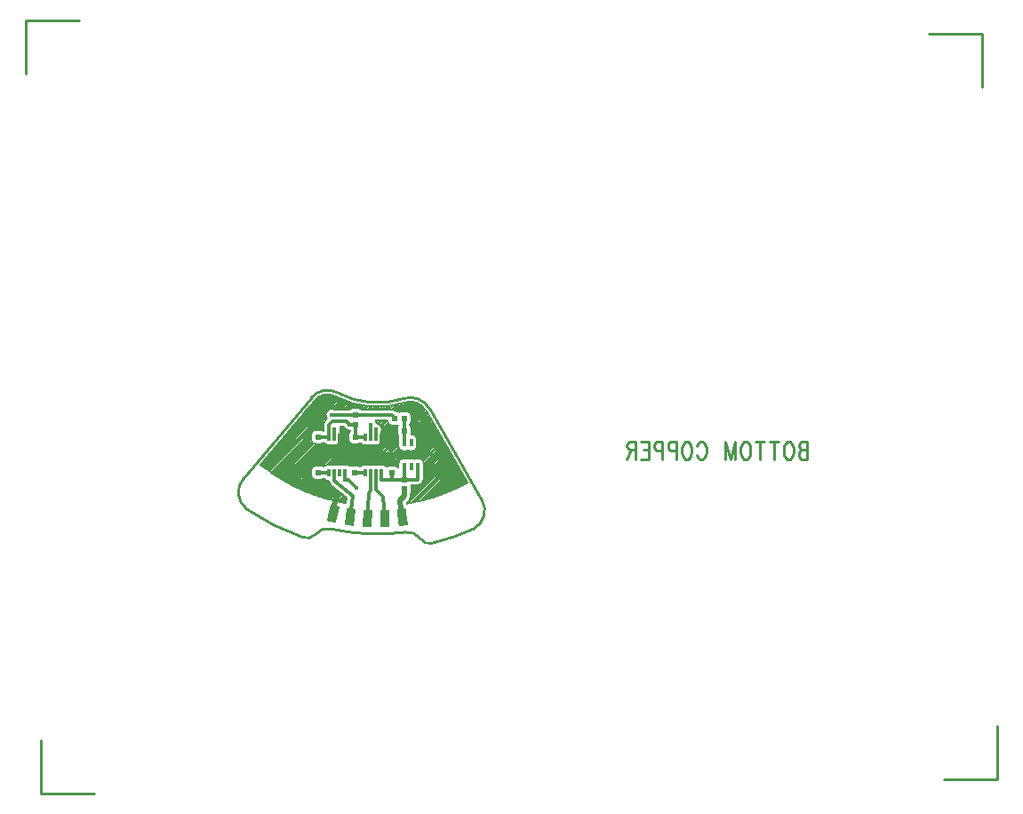
<source format=gbr>
*
*
G04 PADS 9.3 Build Number: 433611 generated Gerber (RS-274-X) file*
G04 PC Version=2.1*
*
%IN "LCORE_2.pcb"*%
*
%MOIN*%
*
%FSLAX35Y35*%
*
*
*
*
G04 PC Standard Apertures*
*
*
G04 Thermal Relief Aperture macro.*
%AMTER*
1,1,$1,0,0*
1,0,$1-$2,0,0*
21,0,$3,$4,0,0,45*
21,0,$3,$4,0,0,135*
%
*
*
G04 Annular Aperture macro.*
%AMANN*
1,1,$1,0,0*
1,0,$2,0,0*
%
*
*
G04 Odd Aperture macro.*
%AMODD*
1,1,$1,0,0*
1,0,$1-0.005,0,0*
%
*
*
G04 PC Custom Aperture Macros*
*
*
*
*
*
*
G04 PC Aperture Table*
*
%ADD010C,0.001*%
%ADD012C,0.01*%
%ADD018R,0.02165X0.02165*%
%ADD020C,0.01181*%
%ADD021C,0.02362*%
%ADD022C,0.00709*%
%ADD023C,0.01969*%
%ADD024R,0.01181X0.0315*%
%ADD027C,0.00039*%
%ADD033C,0.01575*%
%ADD034R,0.04724X0.02953*%
*
*
*
*
G04 PC Circuitry*
G04 Layer Name LCORE_2.pcb - circuitry*
%LPD*%
*
*
G04 PC Custom Flashes*
G04 Layer Name LCORE_2.pcb - flashes*
%LPD*%
*
*
G04 PC Circuitry*
G04 Layer Name LCORE_2.pcb - circuitry*
%LPD*%
*
G54D10*
G54D12*
G01X2110953Y1587003D02*
Y1580441D01*
Y1587003D02*
X2108908D01*
X2108226Y1586691*
X2107999Y1586378*
X2107772Y1585753*
Y1585128*
X2107999Y1584503*
X2108226Y1584191*
X2108908Y1583878*
X2110953D02*
X2108908D01*
X2108226Y1583566*
X2107999Y1583253*
X2107772Y1582628*
Y1581691*
X2107999Y1581066*
X2108226Y1580753*
X2108908Y1580441*
X2110953*
X2104363Y1587003D02*
X2104817Y1586691D01*
X2105272Y1586066*
X2105499Y1585441*
X2105726Y1584503*
Y1582941*
X2105499Y1582003*
X2105272Y1581378*
X2104817Y1580753*
X2104363Y1580441*
X2103453*
X2102999Y1580753*
X2102544Y1581378*
X2102317Y1582003*
X2102090Y1582941*
Y1584503*
X2102317Y1585441*
X2102544Y1586066*
X2102999Y1586691*
X2103453Y1587003*
X2104363*
X2098453D02*
Y1580441D01*
X2100044Y1587003D02*
X2096863D01*
X2093226D02*
Y1580441D01*
X2094817Y1587003D02*
X2091635D01*
X2088226D02*
X2088681Y1586691D01*
X2089135Y1586066*
X2089363Y1585441*
X2089590Y1584503*
Y1582941*
X2089363Y1582003*
X2089135Y1581378*
X2088681Y1580753*
X2088226Y1580441*
X2087317*
X2086863Y1580753*
X2086408Y1581378*
X2086181Y1582003*
X2085953Y1582941*
Y1584503*
X2086181Y1585441*
X2086408Y1586066*
X2086863Y1586691*
X2087317Y1587003*
X2088226*
X2083908D02*
Y1580441D01*
Y1587003D02*
X2082090Y1580441D01*
X2080272Y1587003D02*
X2082090Y1580441D01*
X2080272Y1587003D02*
Y1580441D01*
X2069590Y1585441D02*
X2069817Y1586066D01*
X2070272Y1586691*
X2070726Y1587003*
X2071635*
X2072090Y1586691*
X2072544Y1586066*
X2072772Y1585441*
X2072999Y1584503*
Y1582941*
X2072772Y1582003*
X2072544Y1581378*
X2072090Y1580753*
X2071635Y1580441*
X2070726*
X2070272Y1580753*
X2069817Y1581378*
X2069590Y1582003*
X2066181Y1587003D02*
X2066635Y1586691D01*
X2067090Y1586066*
X2067317Y1585441*
X2067544Y1584503*
Y1582941*
X2067317Y1582003*
X2067090Y1581378*
X2066635Y1580753*
X2066181Y1580441*
X2065272*
X2064817Y1580753*
X2064363Y1581378*
X2064135Y1582003*
X2063908Y1582941*
Y1584503*
X2064135Y1585441*
X2064363Y1586066*
X2064817Y1586691*
X2065272Y1587003*
X2066181*
X2061863D02*
Y1580441D01*
Y1587003D02*
X2059817D01*
X2059135Y1586691*
X2058908Y1586378*
X2058681Y1585753*
Y1584816*
X2058908Y1584191*
X2059135Y1583878*
X2059817Y1583566*
X2061863*
X2056635Y1587003D02*
Y1580441D01*
Y1587003D02*
X2054590D01*
X2053908Y1586691*
X2053681Y1586378*
X2053453Y1585753*
Y1584816*
X2053681Y1584191*
X2053908Y1583878*
X2054590Y1583566*
X2056635*
X2051408Y1587003D02*
Y1580441D01*
Y1587003D02*
X2048453D01*
X2051408Y1583878D02*
X2049590D01*
X2051408Y1580441D02*
X2048453D01*
X2046408Y1587003D02*
Y1580441D01*
Y1587003D02*
X2044363D01*
X2043681Y1586691*
X2043453Y1586378*
X2043226Y1585753*
Y1585128*
X2043453Y1584503*
X2043681Y1584191*
X2044363Y1583878*
X2046408*
X2044817D02*
X2043226Y1580441D01*
X1900788Y1561558D02*
G75*
G03X1921809Y1551031I48934J71466D01*
G01X1921827Y1551025D02*
G03X1926389Y1552091I1471J3999D01*
G01X1932249Y1554225D02*
G03X1926391Y1552092I-1336J-5442D01*
G01X1932289Y1554216D02*
G03X1960292Y1552993I17468J78795D01*
G01X1965815Y1550567D02*
G03X1960269Y1552990I-4781J-3386D01*
G01X1965819Y1550561D02*
G03X1970341Y1548880I3345J2074D01*
G01X1970380Y1548889D02*
G03X1985922Y1554286I-20514J84150D01*
G01X1985913Y1554281D02*
G03X1988944Y1564993I-3840J6872D01*
G01X1988940Y1564999D02*
X1969016Y1599606D01*
X1969018Y1599603D02*
G03X1959686Y1603148I-6910J-4135D01*
G01X1934880Y1605240D02*
G03X1959709Y1603156I14835J27784D01*
G01X1934845Y1605259D02*
G03X1924876Y1603376I-3866J-6861D01*
G01X1924879Y1603379D02*
X1899587Y1573281D01*
X1899585Y1573278D02*
G03X1900763Y1561574I5923J-5315D01*
G01X1837791Y1744944D02*
X1817791D01*
Y1724944*
X1823603Y1475056D02*
Y1455056D01*
X1843603*
X2162209Y1460312D02*
X2182209D01*
Y1480312*
X2176373Y1719944D02*
Y1739944D01*
X2156373*
G54D18*
X1955245Y1575323D03*
Y1578866D03*
X1941465Y1588709D03*
Y1585165D03*
X1941268Y1575323D03*
Y1578866D03*
X1927489Y1588709D03*
Y1585165D03*
Y1575323D03*
Y1578866D03*
X1959772Y1591071D03*
X1963316D03*
X1956229Y1595598D03*
X1959772D03*
X1941465Y1596976D03*
Y1593433D03*
X1959772Y1569220D03*
Y1572764D03*
G54D20*
X1937528Y1575323D02*
Y1572567D01*
X1938906*
X1941859Y1569614*
X1939322Y1558925D02*
X1940481Y1566661D01*
X1955245Y1575323D02*
Y1572764D01*
X1957410*
X1959772*
Y1577488*
Y1572764D02*
X1964890D01*
Y1577488*
X1945818Y1558299D02*
X1946386Y1567252D01*
X1947174Y1569024*
Y1575323*
X1941268Y1581819D02*
X1941465Y1582016D01*
X1937460D02*
X1937528Y1582084D01*
Y1588709*
X1935560Y1582016D02*
Y1588709D01*
X1929851Y1575323D02*
X1931623D01*
X1939300Y1593433D02*
X1941465D01*
X1933591Y1575323D02*
Y1572370D01*
X1940481Y1566661*
X1933591Y1588709D02*
Y1591661D01*
X1931623Y1588709D02*
Y1593433D01*
X1932804Y1594614*
X1938119*
X1939300Y1593433*
X1927489Y1575323D02*
X1929851D01*
X1927489Y1588709D02*
X1931623D01*
X1941268Y1575323D02*
X1943434D01*
X1945205Y1588709D02*
X1941465D01*
Y1593433*
X1951111Y1582016D02*
Y1588709D01*
X1943434Y1575323D02*
X1945205D01*
X1959772Y1591071D02*
Y1595598D01*
X1949142Y1575323D02*
Y1569024D01*
X1951898Y1566268*
X1952344Y1558242*
X1951111Y1575323D02*
Y1572764D01*
X1955245*
X1949142Y1588709D02*
Y1591465D01*
X1947174Y1588709D02*
Y1593433D01*
X1959772Y1586543D02*
Y1591071D01*
X1964890Y1582016D02*
Y1586543D01*
X1963316Y1591071D02*
Y1590874D01*
X1964890*
Y1586543*
X1932607Y1596976D02*
X1941465D01*
X1955048*
X1956426Y1595598*
X1956229*
G54D21*
X1927489Y1585165D02*
Y1582016D01*
X1935560*
X1937460D02*
X1941465D01*
X1951111*
X1935560D02*
X1937460D01*
X1922371Y1580638D02*
X1923749Y1582016D01*
X1927489*
X1922371Y1580638D02*
Y1571976D01*
X1924339Y1570008*
X1929064*
X1931623Y1567449*
X1934575*
X1927489Y1578866D02*
Y1582016D01*
X1962331D02*
X1955245D01*
X1951111*
X1967056D02*
X1964890D01*
X1962331*
G54D22*
X1983421Y1571506D02*
X1983422Y1571507*
X1967693Y1598828D01*
X1967693*
G03X1960157Y1601686I-5585J-3360*
G01X1960157*
X1934124Y1603904D02*
G03X1960157Y1601686I15591J29120D01*
G01X1934094Y1603920D02*
G03X1934124Y1603904I754J1337D01*
G01X1934094Y1603920D02*
G03X1926068Y1602408I-3115J-5522D01*
G01X1926054Y1602391D02*
G03X1926068Y1602408I-1175J988D01*
G01X1926054Y1602391D02*
X1905833Y1578327D01*
Y1578326D02*
G03X1937915Y1563886I43900J54674D01*
G01X1937916Y1563887D02*
X1938201Y1565789D01*
Y1565790*
X1938200D02*
X1932235Y1570733D01*
X1931471Y1572212D02*
G03X1932235Y1570733I2120J158D01*
G01X1931471Y1572212D02*
X1931470Y1572213*
X1931032D01*
X1929688Y1573005D02*
G03X1931032Y1572213I1344J743D01*
G01X1929688Y1573005D02*
X1929511Y1573025*
G03X1929688Y1573006I340J2298D01*
G01X1929511Y1573025D02*
X1928572Y1572705*
G03X1929510Y1573025I-0J1535D01*
G01X1928572Y1572705D02*
X1926406D01*
X1924871Y1574240D02*
G03X1926406Y1572705I1535J0D01*
G01X1924871Y1574240D02*
Y1576406D01*
X1926406Y1577941D02*
G03X1924871Y1576406I0J-1535D01*
G01X1926406Y1577941D02*
X1928572D01*
X1929510Y1577621D02*
G03X1928572Y1577941I-938J-1215D01*
G01X1929510Y1577621D02*
X1929688Y1577640*
G03X1929511Y1577621I163J-2317D01*
G01X1929688Y1577640D02*
X1931032Y1578433*
G03X1929688Y1577640I0J-1535D01*
G01X1931032Y1578433D02*
X1932213D01*
X1932607Y1578382D02*
G03X1932213Y1578433I-394J-1484D01*
G01X1932607Y1578382D02*
X1933001Y1578433*
G03X1932607Y1578382I-0J-1535D01*
G01X1933001Y1578433D02*
X1934182D01*
X1934575Y1578382D02*
G03X1934182Y1578433I-393J-1484D01*
G01X1934575Y1578382D02*
X1934969Y1578433*
G03X1934576Y1578382I0J-1535D01*
G01X1934969Y1578433D02*
X1936150D01*
X1936544Y1578382D02*
G03X1936150Y1578433I-394J-1484D01*
G01X1936544Y1578382D02*
X1936938Y1578433*
G03X1936544Y1578382I-0J-1535D01*
G01X1936938Y1578433D02*
X1938119D01*
X1939409Y1577731D02*
G03X1938119Y1578433I-1290J-833D01*
G01X1939409Y1577731D02*
X1940186Y1577941*
G03X1939410Y1577730I-0J-1535D01*
G01X1940186Y1577941D02*
X1942351D01*
X1943265Y1577640D02*
G03X1942351Y1577941I-914J-1234D01*
G01X1943265Y1577640D02*
X1943270*
G03X1943265I164J-2317D01*
G01X1943270D02*
X1944615Y1578433*
G03X1943271Y1577640I-0J-1535D01*
G01X1944615Y1578433D02*
X1945796D01*
X1946189Y1578382D02*
G03X1945796Y1578433I-393J-1484D01*
G01X1946189Y1578382D02*
X1946583Y1578433*
G03X1946190Y1578382I0J-1535D01*
G01X1946583Y1578433D02*
X1947764D01*
X1948158Y1578382D02*
G03X1947764Y1578433I-394J-1484D01*
G01X1948158Y1578382D02*
X1948552Y1578433*
G03X1948158Y1578382I-0J-1535D01*
G01X1948552Y1578433D02*
X1949733D01*
X1950126Y1578382D02*
G03X1949733Y1578433I-393J-1484D01*
G01X1950126Y1578382D02*
X1950520Y1578433*
G03X1950127Y1578382I0J-1535D01*
G01X1950520Y1578433D02*
X1951701D01*
X1953105Y1577520D02*
G03X1951701Y1578433I-1404J-622D01*
G01X1953105Y1577520D02*
X1954162Y1577941*
G03X1953106Y1577520I0J-1535D01*
G01X1954162Y1577941D02*
X1956327D01*
X1957645Y1577194D02*
G03X1956327Y1577941I-1318J-788D01*
G01X1957645Y1577194D02*
X1957646*
Y1579063D01*
X1959182Y1580598D02*
G03X1957646Y1579063I-0J-1535D01*
G01X1959182Y1580598D02*
X1960363D01*
X1961052Y1580435D02*
G03X1960363Y1580598I-689J-1372D01*
G01X1961052Y1580435D02*
X1961741Y1580598*
G03X1961052Y1580435I-0J-1535D01*
G01X1961741Y1580598D02*
X1962922D01*
X1963611Y1580435D02*
G03X1962922Y1580598I-689J-1372D01*
G01X1963611Y1580435D02*
X1964300Y1580598*
G03X1963611Y1580435I-0J-1535D01*
G01X1964300Y1580598D02*
X1965481D01*
X1967016Y1579063D02*
G03X1965481Y1580598I-1535J-0D01*
G01X1967016Y1579063D02*
Y1577488D01*
Y1575913*
Y1572764*
X1964890Y1570638D02*
G03X1967016Y1572764I0J2126D01*
G01X1964890Y1570638D02*
X1962354D01*
X1962390Y1570303D02*
G03X1962354Y1570637I-1535J0D01*
G01X1962390Y1570303D02*
Y1568138D01*
X1962292Y1567597D02*
G03X1962390Y1568138I-1437J541D01*
G01X1962292Y1567597D02*
Y1566661D01*
X1961656Y1564987D02*
G03X1962292Y1566661I-1884J1674D01*
G01X1961656Y1564987D02*
X1960821Y1564048D01*
X1960821*
X1960850Y1563771*
X1960851Y1563770D02*
G03X1983421Y1571506I-11118J69230D01*
G01X1964457Y1588118D02*
Y1584969D01*
X1962922Y1583433D02*
G03X1964457Y1584969I-0J1536D01*
G01X1962922Y1583433D02*
X1961741D01*
X1961052Y1583596D02*
G03X1961741Y1583433I689J1373D01*
G01X1961052Y1583596D02*
X1960363Y1583433*
G03X1961052Y1583596I-0J1536D01*
G01X1960363Y1583433D02*
X1959182D01*
X1957646Y1584969D02*
G03X1959182Y1583433I1536J-0D01*
G01X1957646Y1584969D02*
Y1586543D01*
Y1588861*
X1957154Y1589988D02*
G03X1957646Y1588862I1536J0D01*
G01X1957154Y1589988D02*
Y1592154D01*
X1957397Y1592982D02*
G03X1957154Y1592154I1293J-828D01*
G01X1957397Y1592982D02*
X1957312Y1592980*
G03X1957396Y1592983I-0J1536D01*
G01X1957312Y1592980D02*
X1955146D01*
X1953611Y1594516D02*
G03X1955146Y1592980I1535J-0D01*
G01X1953611Y1594516D02*
Y1594850D01*
X1953610D02*
X1949016D01*
X1949473Y1593764D02*
G03X1949015Y1594849I-2299J-331D01*
G01X1949473Y1593764D02*
X1951268Y1590529*
G03X1949474Y1593764I-2126J936D01*
G01X1951268Y1590529D02*
Y1590283D01*
Y1588709*
Y1587134*
X1949733Y1585598D02*
G03X1951268Y1587134I-0J1536D01*
G01X1949733Y1585598D02*
X1948552D01*
X1948158Y1585650D02*
G03X1948552Y1585598I394J1484D01*
G01X1948158Y1585650D02*
X1947764Y1585598*
G03X1948158Y1585650I0J1536D01*
G01X1947764Y1585598D02*
X1946583D01*
X1946190Y1585650D02*
G03X1946583Y1585598I393J1484D01*
G01X1946190Y1585650D02*
X1945796Y1585598*
G03X1946189Y1585650I-0J1536D01*
G01X1945796Y1585598D02*
X1944615D01*
X1943325Y1586301D02*
G03X1944615Y1585598I1290J833D01*
G01X1943325Y1586301D02*
X1942548Y1586091*
G03X1943324Y1586301I-0J1535D01*
G01X1942548Y1586091D02*
X1940383D01*
X1938847Y1587626D02*
G03X1940383Y1586091I1536J-0D01*
G01X1938847Y1587626D02*
Y1589791D01*
X1939339Y1590918D02*
G03X1938847Y1589791I1044J-1127D01*
G01X1939339Y1590918D02*
Y1591110D01*
X1937178Y1592488D02*
G03X1939338Y1591111I2122J945D01*
G01X1937178Y1592488D02*
X1937177*
X1935763D01*
X1935717Y1590726D02*
G03X1935762Y1592487I-2126J935D01*
G01X1935717Y1590726D02*
Y1590725*
Y1590283D01*
Y1588709*
Y1587134*
X1934182Y1585598D02*
G03X1935717Y1587134I-0J1536D01*
G01X1934182Y1585598D02*
X1933001D01*
X1932607Y1585650D02*
G03X1933001Y1585598I394J1484D01*
G01X1932607Y1585650D02*
X1932213Y1585598*
G03X1932607Y1585650I0J1536D01*
G01X1932213Y1585598D02*
X1931032D01*
X1929629Y1586511D02*
G03X1931032Y1585598I1403J623D01*
G01X1929629Y1586511D02*
X1928572Y1586091*
G03X1929628Y1586511I-0J1535D01*
G01X1928572Y1586091D02*
X1926406D01*
X1924871Y1587626D02*
G03X1926406Y1586091I1535J-0D01*
G01X1924871Y1587626D02*
Y1589791D01*
X1926406Y1591327D02*
G03X1924871Y1589791I0J-1536D01*
G01X1926406Y1591327D02*
X1928572D01*
X1929496Y1591018D02*
G03X1928572Y1591327I-924J-1227D01*
G01X1929496Y1591018D02*
X1929497*
Y1593433D01*
X1930119Y1594936D02*
G03X1929497Y1593433I1504J-1503D01*
G01X1930119Y1594936D02*
X1930756Y1595573D01*
X1933543Y1599102D02*
G03X1930756Y1595573I-936J-2126D01*
G01X1933543Y1599102D02*
X1939256D01*
X1940383Y1599595D02*
G03X1939256Y1599103I-0J-1536D01*
G01X1940383Y1599595D02*
X1942548D01*
X1943674Y1599103D02*
G03X1942548Y1599595I-1126J-1044D01*
G01X1943674Y1599103D02*
X1943675Y1599102*
X1955048D01*
X1956551Y1598480D02*
G03X1955048Y1599102I-1503J-1504D01*
G01X1956551Y1598480D02*
X1956814Y1598217D01*
X1956815D02*
X1957312D01*
X1958000Y1598053D02*
G03X1957312Y1598217I-688J-1372D01*
G01X1958000Y1598053D02*
X1958690Y1598217*
G03X1958001Y1598053I-0J-1536D01*
G01X1958690Y1598217D02*
X1960855D01*
X1962390Y1596681D02*
G03X1960855Y1598217I-1535J0D01*
G01X1962390Y1596681D02*
Y1594516D01*
X1961899Y1593389D02*
G03X1962390Y1594516I-1044J1127D01*
G01X1961899Y1593389D02*
X1961898*
Y1593280D01*
X1962390Y1592154D02*
G03X1961899Y1593280I-1535J-0D01*
G01X1962390Y1592154D02*
Y1589988D01*
X1962354Y1589654D02*
G03X1962390Y1589988I-1499J334D01*
G01X1962354Y1589654D02*
X1962922D01*
X1964457Y1588118D02*
G03X1962922Y1589654I-1535J0D01*
G01X1983323Y1571453D02*
X1983406Y1571535D01*
X1981420Y1570452D02*
X1983076Y1572107D01*
X1979655Y1569588D02*
X1982747Y1572680D01*
X1977997Y1568832D02*
X1982417Y1573252D01*
X1976425Y1568162D02*
X1982087Y1573825D01*
X1974926Y1567565D02*
X1981758Y1574397D01*
X1973489Y1567030D02*
X1981428Y1574969D01*
X1972105Y1566548D02*
X1981099Y1575542D01*
X1970767Y1566112D02*
X1980769Y1576114D01*
X1969472Y1565719D02*
X1980440Y1576687D01*
X1968213Y1565362D02*
X1980110Y1577259D01*
X1966988Y1565039D02*
X1979781Y1577832D01*
X1965794Y1564747D02*
X1979451Y1578404D01*
X1964629Y1564483D02*
X1979121Y1578976D01*
X1963489Y1564246D02*
X1978792Y1579549D01*
X1962373Y1564032D02*
X1978462Y1580121D01*
X1961279Y1563840D02*
X1978133Y1580694D01*
X1961975Y1565438D02*
X1977803Y1581266D01*
X1962292Y1566657D02*
X1977474Y1581839D01*
X1966943Y1572210D02*
X1977144Y1582411D01*
X1967016Y1573185D02*
X1976815Y1582983D01*
X1967016Y1574087D02*
X1976485Y1583556D01*
X1967016Y1574989D02*
X1976156Y1584128D01*
X1967016Y1575891D02*
X1975826Y1584701D01*
X1967016Y1576793D02*
X1975496Y1585273D01*
X1967016Y1577695D02*
X1975167Y1585846D01*
X1967016Y1578597D02*
X1974837Y1586418D01*
X1966967Y1579450D02*
X1974508Y1586990D01*
X1966661Y1580046D02*
X1974178Y1587563D01*
X1966156Y1580442D02*
X1973849Y1588135D01*
X1965410Y1580598D02*
X1973519Y1588708D01*
X1964508Y1580598D02*
X1973190Y1589280D01*
X1963495Y1580487D02*
X1972860Y1589853D01*
X1962704Y1580598D02*
X1972530Y1590425D01*
X1961802Y1580598D02*
X1972201Y1590997D01*
X1960828Y1580526D02*
X1971871Y1591570D01*
X1964457Y1585058D02*
X1971542Y1592142D01*
X1964457Y1585960D02*
X1971212Y1592715D01*
X1964457Y1586862D02*
X1970883Y1593287D01*
X1964457Y1587764D02*
X1970553Y1593859D01*
X1964383Y1588591D02*
X1970224Y1594432D01*
X1964050Y1589160D02*
X1969894Y1595004D01*
X1963520Y1589532D02*
X1969565Y1595577D01*
X1962739Y1589654D02*
X1969235Y1596149D01*
X1962390Y1590207D02*
X1968905Y1596722D01*
X1962390Y1591109D02*
X1968576Y1597294D01*
X1962390Y1592011D02*
X1968246Y1597866D01*
X1962257Y1592779D02*
X1967917Y1598439D01*
X1961898Y1593322D02*
X1967582Y1599006D01*
X1962390Y1594717D02*
X1967204Y1599531D01*
X1962390Y1595618D02*
X1966782Y1600010D01*
X1962390Y1596520D02*
X1966315Y1600445D01*
X1962263Y1597295D02*
X1965804Y1600836D01*
X1962292Y1567559D02*
X1965444Y1570711D01*
X1961885Y1597819D02*
X1965246Y1601180D01*
X1961311Y1598147D02*
X1964638Y1601474D01*
X1962390Y1568559D02*
X1964469Y1570638D01*
X1960479Y1598217D02*
X1963974Y1601712D01*
X1962390Y1569461D02*
X1963567Y1570638D01*
X1959577Y1598217D02*
X1963245Y1601885D01*
X1959998Y1580598D02*
X1962833Y1583433D01*
X1962389Y1570362D02*
X1962665Y1570638D01*
X1958675Y1598216D02*
X1962435Y1601977D01*
X1959094Y1580596D02*
X1961931Y1583433D01*
X1957718Y1598162D02*
X1961514Y1601958D01*
X1955537Y1577941D02*
X1961148Y1583552D01*
X1956871Y1598217D02*
X1960416Y1601762D01*
X1954635Y1577941D02*
X1960127Y1583433D01*
X1953642Y1577850D02*
X1959225Y1583433D01*
X1956383Y1598631D02*
X1959109Y1601356D01*
X1952829Y1577940D02*
X1958488Y1583599D01*
X1952300Y1578312D02*
X1957989Y1584001D01*
X1955811Y1598961D02*
X1957864Y1601013D01*
X1951519Y1578433D02*
X1957690Y1584604D01*
X1956435Y1577937D02*
X1957649Y1579151D01*
X1947905Y1578427D02*
X1957646Y1588168D01*
X1948813Y1578433D02*
X1957646Y1587266D01*
X1949715Y1578433D02*
X1957646Y1586364D01*
X1950617Y1578433D02*
X1957646Y1585463D01*
X1957120Y1577721D02*
X1957646Y1578247D01*
X1957586Y1577285D02*
X1957646Y1577345D01*
X1947009Y1578433D02*
X1957543Y1588967D01*
X1946080Y1578407D02*
X1957219Y1589545D01*
X1942832Y1577864D02*
X1957155Y1592187D01*
X1944262Y1578392D02*
X1957154Y1591284D01*
X1945205Y1578433D02*
X1957154Y1590382D01*
X1951268Y1587202D02*
X1957046Y1592980D01*
X1955051Y1599102D02*
X1956684Y1600736D01*
X1951268Y1588104D02*
X1956144Y1592980D01*
X1954149Y1599102D02*
X1955560Y1600514D01*
X1951268Y1589006D02*
X1955242Y1592980D01*
X1951268Y1589908D02*
X1954488Y1593128D01*
X1953247Y1599102D02*
X1954483Y1600338D01*
X1951407Y1590949D02*
X1953978Y1593520D01*
X1951429Y1591873D02*
X1953666Y1594109D01*
X1951199Y1592545D02*
X1953505Y1594850D01*
X1952345Y1599102D02*
X1953446Y1600204D01*
X1950822Y1593069D02*
X1952603Y1594850D01*
X1951443Y1599102D02*
X1952446Y1600106D01*
X1950318Y1593468D02*
X1951701Y1594850D01*
X1950541Y1599102D02*
X1951478Y1600040D01*
X1949674Y1593726D02*
X1950799Y1594850D01*
X1949639Y1599102D02*
X1950539Y1600003D01*
X1949334Y1594288D02*
X1949897Y1594850D01*
X1942007Y1577941D02*
X1949664Y1585598D01*
X1948737Y1599102D02*
X1949627Y1599993D01*
X1941105Y1577941D02*
X1948762Y1585598D01*
X1947835Y1599102D02*
X1948739Y1600007D01*
X1946933Y1599102D02*
X1947874Y1600044D01*
X1940203Y1577941D02*
X1947864Y1585602D01*
X1946031Y1599102D02*
X1947030Y1600102D01*
X1939272Y1577912D02*
X1946958Y1585598D01*
X1945129Y1599102D02*
X1946206Y1600179D01*
X1938754Y1578296D02*
X1946084Y1585626D01*
X1944227Y1599102D02*
X1945400Y1600275D01*
X1937989Y1578433D02*
X1945155Y1585598D01*
X1943492Y1599270D02*
X1944612Y1600389D01*
X1937087Y1578433D02*
X1944288Y1585634D01*
X1942879Y1599558D02*
X1943840Y1600519D01*
X1936185Y1578433D02*
X1943673Y1585921D01*
X1942013Y1599595D02*
X1943084Y1600665D01*
X1935283Y1578433D02*
X1943013Y1586163D01*
X1941111Y1599595D02*
X1942342Y1600826D01*
X1934370Y1578422D02*
X1942039Y1586091D01*
X1940198Y1599583D02*
X1941615Y1601001D01*
X1933479Y1578433D02*
X1941137Y1586091D01*
X1938815Y1599102D02*
X1940902Y1601190D01*
X1932542Y1578398D02*
X1940241Y1586097D01*
X1937913Y1599102D02*
X1940202Y1601392D01*
X1931675Y1578433D02*
X1939567Y1586325D01*
X1937011Y1599102D02*
X1939515Y1601607D01*
X1930747Y1578406D02*
X1939109Y1586769D01*
X1935717Y1587887D02*
X1938965Y1591134D01*
X1935709Y1586977D02*
X1938892Y1590159D01*
X1929231Y1577792D02*
X1938861Y1587422D01*
X1927575Y1577941D02*
X1938847Y1589213D01*
X1928477Y1577941D02*
X1938847Y1588311D01*
X1936109Y1599102D02*
X1938840Y1601834D01*
X1935717Y1588789D02*
X1938276Y1591348D01*
X1935207Y1599102D02*
X1938178Y1602073D01*
X1937114Y1564028D02*
X1938082Y1564996D01*
X1936355Y1564171D02*
X1938077Y1565893D01*
X1937880Y1563892D02*
X1937923Y1563935D01*
X1935717Y1589691D02*
X1937739Y1591713D01*
X1935603Y1564321D02*
X1937583Y1566301D01*
X1934305Y1599102D02*
X1937526Y1602323D01*
X1935717Y1590593D02*
X1937329Y1592204D01*
X1934859Y1564479D02*
X1937090Y1566710D01*
X1933444Y1599143D02*
X1936886Y1602585D01*
X1935914Y1591691D02*
X1936711Y1592488D01*
X1934121Y1564643D02*
X1936597Y1567119D01*
X1932696Y1599298D02*
X1936257Y1602858D01*
X1933390Y1564814D02*
X1936103Y1567528D01*
X1935775Y1592454D02*
X1935809Y1592488D01*
X1931533Y1599036D02*
X1935639Y1603142D01*
X1932666Y1564992D02*
X1935610Y1567936D01*
X1931948Y1565176D02*
X1935117Y1568345D01*
X1908144Y1576549D02*
X1935031Y1603436D01*
X1931237Y1565367D02*
X1934624Y1568754D01*
X1907626Y1576934D02*
X1934433Y1603740D01*
X1926673Y1577941D02*
X1934339Y1585606D01*
X1930531Y1565563D02*
X1934130Y1569162D01*
X1907113Y1577323D02*
X1933844Y1604053D01*
X1929832Y1565766D02*
X1933637Y1569571D01*
X1925358Y1577527D02*
X1933429Y1585598D01*
X1906605Y1577716D02*
X1933218Y1604329D01*
X1929139Y1565975D02*
X1933144Y1569980D01*
X1928452Y1566190D02*
X1932651Y1570389D01*
X1917605Y1570677D02*
X1932569Y1585640D01*
X1906100Y1578113D02*
X1932532Y1604545D01*
X1927771Y1566411D02*
X1932159Y1570799D01*
X1908049Y1580964D02*
X1931773Y1604688D01*
X1927096Y1566638D02*
X1931756Y1571297D01*
X1917012Y1570986D02*
X1931625Y1585598D01*
X1926426Y1566870D02*
X1931507Y1571951D01*
X1912794Y1586611D02*
X1930921Y1604738D01*
X1925762Y1567108D02*
X1930875Y1572221D01*
X1916424Y1571300D02*
X1930749Y1585625D01*
X1908665Y1576168D02*
X1930547Y1598051D01*
X1909721Y1575420D02*
X1930440Y1596139D01*
X1909191Y1575792D02*
X1930286Y1596887D01*
X1925103Y1567351D02*
X1930206Y1572454D01*
X1915841Y1571618D02*
X1930121Y1585898D01*
X1926530Y1591327D02*
X1929957Y1594754D01*
X1917540Y1592259D02*
X1929932Y1604651D01*
X1924450Y1567600D02*
X1929751Y1572901D01*
X1915262Y1571941D02*
X1929697Y1586376D01*
X1927432Y1591327D02*
X1929497Y1593392D01*
X1928334Y1591327D02*
X1929497Y1592490D01*
X1929130Y1591222D02*
X1929497Y1591588D01*
X1922285Y1597906D02*
X1928690Y1604310D01*
X1923802Y1567854D02*
X1928655Y1572707D01*
X1914688Y1572269D02*
X1928509Y1586091D01*
X1923160Y1568113D02*
X1927751Y1572705D01*
X1914118Y1572602D02*
X1927607Y1586091D01*
X1922522Y1568378D02*
X1926849Y1572705D01*
X1913553Y1572938D02*
X1926705Y1586091D01*
X1921890Y1568648D02*
X1926001Y1572759D01*
X1912992Y1573280D02*
X1925892Y1586179D01*
X1921263Y1568923D02*
X1925411Y1573071D01*
X1912436Y1573625D02*
X1925336Y1586525D01*
X1918203Y1570372D02*
X1925284Y1577454D01*
X1920641Y1569203D02*
X1925019Y1573581D01*
X1911884Y1573976D02*
X1924976Y1587067D01*
X1910255Y1575053D02*
X1924871Y1589668D01*
X1910794Y1574689D02*
X1924871Y1588766D01*
X1911337Y1574330D02*
X1924871Y1587864D01*
X1918805Y1570073D02*
X1924871Y1576138D01*
X1919412Y1569778D02*
X1924871Y1575236D01*
X1920024Y1569488D02*
X1924871Y1574334D01*
G54D23*
X1932906Y1560114D02*
X1934575Y1567449D01*
X1958198Y1564890D02*
X1959772Y1566661D01*
Y1569220*
X1958198Y1564890D02*
X1958849Y1558754D01*
X1941465Y1582016D02*
Y1585165D01*
X1941268Y1578866D02*
Y1581819D01*
X1955245Y1578866D02*
Y1582016D01*
G54D24*
X1959772Y1586543D03*
X1962331D03*
X1964890D03*
Y1577488D03*
X1962331D03*
X1959772D03*
X1945205Y1588709D03*
X1947174D03*
X1949142D03*
X1951111D03*
Y1575323D03*
X1949142D03*
X1947174D03*
X1945205D03*
X1931623Y1588709D03*
X1933591D03*
X1935560D03*
X1937528D03*
Y1575323D03*
X1935560D03*
X1933591D03*
X1931623D03*
G54D27*
X1944496Y1561353D02*
X1944184Y1555401D01*
X1947140Y1555246*
X1947452Y1561198*
X1944496Y1561353*
X1947140Y1555246D02*
X1947140D01*
X1946389Y1555285D02*
X1947142D01*
X1945638Y1555324D02*
X1947144D01*
X1944887Y1555364D02*
X1947147D01*
X1944184Y1555403D02*
X1947149D01*
X1944186Y1555443D02*
X1947151D01*
X1944188Y1555482D02*
X1947153D01*
X1944190Y1555521D02*
X1947155D01*
X1944192Y1555561D02*
X1947157D01*
X1944194Y1555600D02*
X1947159D01*
X1944196Y1555639D02*
X1947161D01*
X1944198Y1555679D02*
X1947163D01*
X1944200Y1555718D02*
X1947165D01*
X1944202Y1555757D02*
X1947167D01*
X1944205Y1555797D02*
X1947169D01*
X1944207Y1555836D02*
X1947171D01*
X1944209Y1555876D02*
X1947173D01*
X1944211Y1555915D02*
X1947175D01*
X1944213Y1555954D02*
X1947177D01*
X1944215Y1555994D02*
X1947180D01*
X1944217Y1556033D02*
X1947182D01*
X1944219Y1556072D02*
X1947184D01*
X1944221Y1556112D02*
X1947186D01*
X1944223Y1556151D02*
X1947188D01*
X1944225Y1556191D02*
X1947190D01*
X1944227Y1556230D02*
X1947192D01*
X1944229Y1556269D02*
X1947194D01*
X1944231Y1556309D02*
X1947196D01*
X1944233Y1556348D02*
X1947198D01*
X1944235Y1556387D02*
X1947200D01*
X1944238Y1556427D02*
X1947202D01*
X1944240Y1556466D02*
X1947204D01*
X1944242Y1556506D02*
X1947206D01*
X1944244Y1556545D02*
X1947208D01*
X1944246Y1556584D02*
X1947211D01*
X1944248Y1556624D02*
X1947213D01*
X1944250Y1556663D02*
X1947215D01*
X1944252Y1556702D02*
X1947217D01*
X1944254Y1556742D02*
X1947219D01*
X1944256Y1556781D02*
X1947221D01*
X1944258Y1556820D02*
X1947223D01*
X1944260Y1556860D02*
X1947225D01*
X1944262Y1556899D02*
X1947227D01*
X1944264Y1556939D02*
X1947229D01*
X1944266Y1556978D02*
X1947231D01*
X1944269Y1557017D02*
X1947233D01*
X1944271Y1557057D02*
X1947235D01*
X1944273Y1557096D02*
X1947237D01*
X1944275Y1557135D02*
X1947239D01*
X1944277Y1557175D02*
X1947241D01*
X1944279Y1557214D02*
X1947244D01*
X1944281Y1557254D02*
X1947246D01*
X1944283Y1557293D02*
X1947248D01*
X1944285Y1557332D02*
X1947250D01*
X1944287Y1557372D02*
X1947252D01*
X1944289Y1557411D02*
X1947254D01*
X1944291Y1557450D02*
X1947256D01*
X1944293Y1557490D02*
X1947258D01*
X1944295Y1557529D02*
X1947260D01*
X1944297Y1557568D02*
X1947262D01*
X1944299Y1557608D02*
X1947264D01*
X1944302Y1557647D02*
X1947266D01*
X1944304Y1557687D02*
X1947268D01*
X1944306Y1557726D02*
X1947270D01*
X1944308Y1557765D02*
X1947272D01*
X1944310Y1557805D02*
X1947274D01*
X1944312Y1557844D02*
X1947277D01*
X1944314Y1557883D02*
X1947279D01*
X1944316Y1557923D02*
X1947281D01*
X1944318Y1557962D02*
X1947283D01*
X1944320Y1558002D02*
X1947285D01*
X1944322Y1558041D02*
X1947287D01*
X1944324Y1558080D02*
X1947289D01*
X1944326Y1558120D02*
X1947291D01*
X1944328Y1558159D02*
X1947293D01*
X1944330Y1558198D02*
X1947295D01*
X1944332Y1558238D02*
X1947297D01*
X1944335Y1558277D02*
X1947299D01*
X1944337Y1558317D02*
X1947301D01*
X1944339Y1558356D02*
X1947303D01*
X1944341Y1558395D02*
X1947305D01*
X1944343Y1558435D02*
X1947307D01*
X1944345Y1558474D02*
X1947310D01*
X1944347Y1558513D02*
X1947312D01*
X1944349Y1558553D02*
X1947314D01*
X1944351Y1558592D02*
X1947316D01*
X1944353Y1558631D02*
X1947318D01*
X1944355Y1558671D02*
X1947320D01*
X1944357Y1558710D02*
X1947322D01*
X1944359Y1558750D02*
X1947324D01*
X1944361Y1558789D02*
X1947326D01*
X1944363Y1558828D02*
X1947328D01*
X1944365Y1558868D02*
X1947330D01*
X1944368Y1558907D02*
X1947332D01*
X1944370Y1558946D02*
X1947334D01*
X1944372Y1558986D02*
X1947336D01*
X1944374Y1559025D02*
X1947338D01*
X1944376Y1559065D02*
X1947340D01*
X1944378Y1559104D02*
X1947343D01*
X1944380Y1559143D02*
X1947345D01*
X1944382Y1559183D02*
X1947347D01*
X1944384Y1559222D02*
X1947349D01*
X1944386Y1559261D02*
X1947351D01*
X1944388Y1559301D02*
X1947353D01*
X1944390Y1559340D02*
X1947355D01*
X1944392Y1559380D02*
X1947357D01*
X1944394Y1559419D02*
X1947359D01*
X1944396Y1559458D02*
X1947361D01*
X1944398Y1559498D02*
X1947363D01*
X1944401Y1559537D02*
X1947365D01*
X1944403Y1559576D02*
X1947367D01*
X1944405Y1559616D02*
X1947369D01*
X1944407Y1559655D02*
X1947371D01*
X1944409Y1559694D02*
X1947374D01*
X1944411Y1559734D02*
X1947376D01*
X1944413Y1559773D02*
X1947378D01*
X1944415Y1559813D02*
X1947380D01*
X1944417Y1559852D02*
X1947382D01*
X1944419Y1559891D02*
X1947384D01*
X1944421Y1559931D02*
X1947386D01*
X1944423Y1559970D02*
X1947388D01*
X1944425Y1560009D02*
X1947390D01*
X1944427Y1560049D02*
X1947392D01*
X1944429Y1560088D02*
X1947394D01*
X1944432Y1560128D02*
X1947396D01*
X1944434Y1560167D02*
X1947398D01*
X1944436Y1560206D02*
X1947400D01*
X1944438Y1560246D02*
X1947402D01*
X1944440Y1560285D02*
X1947404D01*
X1944442Y1560324D02*
X1947407D01*
X1944444Y1560364D02*
X1947409D01*
X1944446Y1560403D02*
X1947411D01*
X1944448Y1560443D02*
X1947413D01*
X1944450Y1560482D02*
X1947415D01*
X1944452Y1560521D02*
X1947417D01*
X1944454Y1560561D02*
X1947419D01*
X1944456Y1560600D02*
X1947421D01*
X1944458Y1560639D02*
X1947423D01*
X1944460Y1560679D02*
X1947425D01*
X1944462Y1560718D02*
X1947427D01*
X1944465Y1560757D02*
X1947429D01*
X1944467Y1560797D02*
X1947431D01*
X1944469Y1560836D02*
X1947433D01*
X1944471Y1560876D02*
X1947435D01*
X1944473Y1560915D02*
X1947437D01*
X1944475Y1560954D02*
X1947440D01*
X1944477Y1560994D02*
X1947442D01*
X1944479Y1561033D02*
X1947444D01*
X1944481Y1561072D02*
X1947446D01*
X1944483Y1561112D02*
X1947448D01*
X1944485Y1561151D02*
X1947450D01*
X1944487Y1561191D02*
X1947452D01*
X1944489Y1561230D02*
X1946846D01*
X1944491Y1561269D02*
X1946094D01*
X1944493Y1561309D02*
X1945343D01*
X1944495Y1561348D02*
X1944592D01*
X1944184Y1555401D02*
X1944184D01*
X1944223Y1555399D02*
Y1556152D01*
X1944263Y1555396D02*
Y1556903D01*
X1944302Y1555394D02*
Y1557654D01*
X1944341Y1555392D02*
Y1558406D01*
X1944381Y1555390D02*
Y1559157D01*
X1944420Y1555388D02*
Y1559908D01*
X1944459Y1555386D02*
Y1560659D01*
X1944499Y1555384D02*
Y1561353D01*
X1944538Y1555382D02*
Y1561351D01*
X1944577Y1555380D02*
Y1561349D01*
X1944617Y1555378D02*
Y1561347D01*
X1944656Y1555376D02*
Y1561345D01*
X1944696Y1555374D02*
Y1561343D01*
X1944735Y1555372D02*
Y1561341D01*
X1944774Y1555370D02*
Y1561338D01*
X1944814Y1555368D02*
Y1561336D01*
X1944853Y1555366D02*
Y1561334D01*
X1944892Y1555363D02*
Y1561332D01*
X1944932Y1555361D02*
Y1561330D01*
X1944971Y1555359D02*
Y1561328D01*
X1945011Y1555357D02*
Y1561326D01*
X1945050Y1555355D02*
Y1561324D01*
X1945089Y1555353D02*
Y1561322D01*
X1945129Y1555351D02*
Y1561320D01*
X1945168Y1555349D02*
Y1561318D01*
X1945207Y1555347D02*
Y1561316D01*
X1945247Y1555345D02*
Y1561314D01*
X1945286Y1555343D02*
Y1561312D01*
X1945326Y1555341D02*
Y1561310D01*
X1945365Y1555339D02*
Y1561308D01*
X1945404Y1555337D02*
Y1561305D01*
X1945444Y1555335D02*
Y1561303D01*
X1945483Y1555333D02*
Y1561301D01*
X1945522Y1555330D02*
Y1561299D01*
X1945562Y1555328D02*
Y1561297D01*
X1945601Y1555326D02*
Y1561295D01*
X1945640Y1555324D02*
Y1561293D01*
X1945680Y1555322D02*
Y1561291D01*
X1945719Y1555320D02*
Y1561289D01*
X1945759Y1555318D02*
Y1561287D01*
X1945798Y1555316D02*
Y1561285D01*
X1945837Y1555314D02*
Y1561283D01*
X1945877Y1555312D02*
Y1561281D01*
X1945916Y1555310D02*
Y1561279D01*
X1945955Y1555308D02*
Y1561277D01*
X1945995Y1555306D02*
Y1561275D01*
X1946034Y1555304D02*
Y1561272D01*
X1946074Y1555302D02*
Y1561270D01*
X1946113Y1555300D02*
Y1561268D01*
X1946152Y1555297D02*
Y1561266D01*
X1946192Y1555295D02*
Y1561264D01*
X1946231Y1555293D02*
Y1561262D01*
X1946270Y1555291D02*
Y1561260D01*
X1946310Y1555289D02*
Y1561258D01*
X1946349Y1555287D02*
Y1561256D01*
X1946389Y1555285D02*
Y1561254D01*
X1946428Y1555283D02*
Y1561252D01*
X1946467Y1555281D02*
Y1561250D01*
X1946507Y1555279D02*
Y1561248D01*
X1946546Y1555277D02*
Y1561246D01*
X1946585Y1555275D02*
Y1561244D01*
X1946625Y1555273D02*
Y1561241D01*
X1946664Y1555271D02*
Y1561239D01*
X1946703Y1555269D02*
Y1561237D01*
X1946743Y1555266D02*
Y1561235D01*
X1946782Y1555264D02*
Y1561233D01*
X1946822Y1555262D02*
Y1561231D01*
X1946861Y1555260D02*
Y1561229D01*
X1946900Y1555258D02*
Y1561227D01*
X1946940Y1555256D02*
Y1561225D01*
X1946979Y1555254D02*
Y1561223D01*
X1947018Y1555252D02*
Y1561221D01*
X1947058Y1555250D02*
Y1561219D01*
X1947097Y1555248D02*
Y1561217D01*
X1947137Y1555246D02*
Y1561215D01*
X1947176Y1555924D02*
Y1561213D01*
X1947215Y1556675D02*
Y1561211D01*
X1947255Y1557427D02*
Y1561208D01*
X1947294Y1558178D02*
Y1561206D01*
X1947333Y1558929D02*
Y1561204D01*
X1947373Y1559680D02*
Y1561202D01*
X1947412Y1560431D02*
Y1561200D01*
X1947451Y1561183D02*
Y1561198D01*
X1950760Y1561169D02*
X1950968Y1555212D01*
X1953927Y1555316*
X1953719Y1561273*
X1950760Y1561169*
X1950968Y1555212D02*
X1950968D01*
X1950967Y1555252D02*
X1952096D01*
X1950965Y1555291D02*
X1953223D01*
X1950964Y1555330D02*
X1953926D01*
X1950963Y1555370D02*
X1953925D01*
X1950961Y1555409D02*
X1953924D01*
X1950960Y1555448D02*
X1953922D01*
X1950959Y1555488D02*
X1953921D01*
X1950957Y1555527D02*
X1953920D01*
X1950956Y1555567D02*
X1953918D01*
X1950954Y1555606D02*
X1953917D01*
X1950953Y1555645D02*
X1953915D01*
X1950952Y1555685D02*
X1953914D01*
X1950950Y1555724D02*
X1953913D01*
X1950949Y1555763D02*
X1953911D01*
X1950948Y1555803D02*
X1953910D01*
X1950946Y1555842D02*
X1953909D01*
X1950945Y1555882D02*
X1953907D01*
X1950943Y1555921D02*
X1953906D01*
X1950942Y1555960D02*
X1953904D01*
X1950941Y1556000D02*
X1953903D01*
X1950939Y1556039D02*
X1953902D01*
X1950938Y1556078D02*
X1953900D01*
X1950937Y1556118D02*
X1953899D01*
X1950935Y1556157D02*
X1953898D01*
X1950934Y1556197D02*
X1953896D01*
X1950932Y1556236D02*
X1953895D01*
X1950931Y1556275D02*
X1953893D01*
X1950930Y1556315D02*
X1953892D01*
X1950928Y1556354D02*
X1953891D01*
X1950927Y1556393D02*
X1953889D01*
X1950926Y1556433D02*
X1953888D01*
X1950924Y1556472D02*
X1953887D01*
X1950923Y1556511D02*
X1953885D01*
X1950921Y1556551D02*
X1953884D01*
X1950920Y1556590D02*
X1953882D01*
X1950919Y1556630D02*
X1953881D01*
X1950917Y1556669D02*
X1953880D01*
X1950916Y1556708D02*
X1953878D01*
X1950915Y1556748D02*
X1953877D01*
X1950913Y1556787D02*
X1953876D01*
X1950912Y1556826D02*
X1953874D01*
X1950910Y1556866D02*
X1953873D01*
X1950909Y1556905D02*
X1953871D01*
X1950908Y1556945D02*
X1953870D01*
X1950906Y1556984D02*
X1953869D01*
X1950905Y1557023D02*
X1953867D01*
X1950904Y1557063D02*
X1953866D01*
X1950902Y1557102D02*
X1953865D01*
X1950901Y1557141D02*
X1953863D01*
X1950899Y1557181D02*
X1953862D01*
X1950898Y1557220D02*
X1953860D01*
X1950897Y1557260D02*
X1953859D01*
X1950895Y1557299D02*
X1953858D01*
X1950894Y1557338D02*
X1953856D01*
X1950893Y1557378D02*
X1953855D01*
X1950891Y1557417D02*
X1953854D01*
X1950890Y1557456D02*
X1953852D01*
X1950888Y1557496D02*
X1953851D01*
X1950887Y1557535D02*
X1953849D01*
X1950886Y1557574D02*
X1953848D01*
X1950884Y1557614D02*
X1953847D01*
X1950883Y1557653D02*
X1953845D01*
X1950882Y1557693D02*
X1953844D01*
X1950880Y1557732D02*
X1953843D01*
X1950879Y1557771D02*
X1953841D01*
X1950877Y1557811D02*
X1953840D01*
X1950876Y1557850D02*
X1953838D01*
X1950875Y1557889D02*
X1953837D01*
X1950873Y1557929D02*
X1953836D01*
X1950872Y1557968D02*
X1953834D01*
X1950871Y1558008D02*
X1953833D01*
X1950869Y1558047D02*
X1953832D01*
X1950868Y1558086D02*
X1953830D01*
X1950866Y1558126D02*
X1953829D01*
X1950865Y1558165D02*
X1953827D01*
X1950864Y1558204D02*
X1953826D01*
X1950862Y1558244D02*
X1953825D01*
X1950861Y1558283D02*
X1953823D01*
X1950860Y1558322D02*
X1953822D01*
X1950858Y1558362D02*
X1953821D01*
X1950857Y1558401D02*
X1953819D01*
X1950855Y1558441D02*
X1953818D01*
X1950854Y1558480D02*
X1953816D01*
X1950853Y1558519D02*
X1953815D01*
X1950851Y1558559D02*
X1953814D01*
X1950850Y1558598D02*
X1953812D01*
X1950849Y1558637D02*
X1953811D01*
X1950847Y1558677D02*
X1953810D01*
X1950846Y1558716D02*
X1953808D01*
X1950844Y1558756D02*
X1953807D01*
X1950843Y1558795D02*
X1953805D01*
X1950842Y1558834D02*
X1953804D01*
X1950840Y1558874D02*
X1953803D01*
X1950839Y1558913D02*
X1953801D01*
X1950838Y1558952D02*
X1953800D01*
X1950836Y1558992D02*
X1953799D01*
X1950835Y1559031D02*
X1953797D01*
X1950833Y1559071D02*
X1953796D01*
X1950832Y1559110D02*
X1953794D01*
X1950831Y1559149D02*
X1953793D01*
X1950829Y1559189D02*
X1953792D01*
X1950828Y1559228D02*
X1953790D01*
X1950827Y1559267D02*
X1953789D01*
X1950825Y1559307D02*
X1953788D01*
X1950824Y1559346D02*
X1953786D01*
X1950822Y1559385D02*
X1953785D01*
X1950821Y1559425D02*
X1953783D01*
X1950820Y1559464D02*
X1953782D01*
X1950818Y1559504D02*
X1953781D01*
X1950817Y1559543D02*
X1953779D01*
X1950816Y1559582D02*
X1953778D01*
X1950814Y1559622D02*
X1953777D01*
X1950813Y1559661D02*
X1953775D01*
X1950811Y1559700D02*
X1953774D01*
X1950810Y1559740D02*
X1953772D01*
X1950809Y1559779D02*
X1953771D01*
X1950807Y1559819D02*
X1953770D01*
X1950806Y1559858D02*
X1953768D01*
X1950805Y1559897D02*
X1953767D01*
X1950803Y1559937D02*
X1953766D01*
X1950802Y1559976D02*
X1953764D01*
X1950800Y1560015D02*
X1953763D01*
X1950799Y1560055D02*
X1953761D01*
X1950798Y1560094D02*
X1953760D01*
X1950796Y1560134D02*
X1953759D01*
X1950795Y1560173D02*
X1953757D01*
X1950794Y1560212D02*
X1953756D01*
X1950792Y1560252D02*
X1953755D01*
X1950791Y1560291D02*
X1953753D01*
X1950789Y1560330D02*
X1953752D01*
X1950788Y1560370D02*
X1953750D01*
X1950787Y1560409D02*
X1953749D01*
X1950785Y1560448D02*
X1953748D01*
X1950784Y1560488D02*
X1953746D01*
X1950783Y1560527D02*
X1953745D01*
X1950781Y1560567D02*
X1953744D01*
X1950780Y1560606D02*
X1953742D01*
X1950778Y1560645D02*
X1953741D01*
X1950777Y1560685D02*
X1953739D01*
X1950776Y1560724D02*
X1953738D01*
X1950774Y1560763D02*
X1953737D01*
X1950773Y1560803D02*
X1953735D01*
X1950772Y1560842D02*
X1953734D01*
X1950770Y1560882D02*
X1953733D01*
X1950769Y1560921D02*
X1953731D01*
X1950767Y1560960D02*
X1953730D01*
X1950766Y1561000D02*
X1953728D01*
X1950765Y1561039D02*
X1953727D01*
X1950763Y1561078D02*
X1953726D01*
X1950762Y1561118D02*
X1953724D01*
X1950761Y1561157D02*
X1953723D01*
X1951541Y1561197D02*
X1953722D01*
X1952668Y1561236D02*
X1953720D01*
X1950796Y1560143D02*
Y1561171D01*
X1950835Y1559016D02*
Y1561172D01*
X1950875Y1557889D02*
Y1561173D01*
X1950914Y1556761D02*
Y1561175D01*
X1950953Y1555634D02*
Y1561176D01*
X1950993Y1555213D02*
Y1561177D01*
X1951032Y1555214D02*
Y1561179D01*
X1951072Y1555216D02*
Y1561180D01*
X1951111Y1555217D02*
Y1561182D01*
X1951150Y1555219D02*
Y1561183D01*
X1951190Y1555220D02*
Y1561184D01*
X1951229Y1555221D02*
Y1561186D01*
X1951268Y1555223D02*
Y1561187D01*
X1951308Y1555224D02*
Y1561188D01*
X1951347Y1555225D02*
Y1561190D01*
X1951386Y1555227D02*
Y1561191D01*
X1951426Y1555228D02*
Y1561193D01*
X1951465Y1555230D02*
Y1561194D01*
X1951505Y1555231D02*
Y1561195D01*
X1951544Y1555232D02*
Y1561197D01*
X1951583Y1555234D02*
Y1561198D01*
X1951623Y1555235D02*
Y1561199D01*
X1951662Y1555236D02*
Y1561201D01*
X1951701Y1555238D02*
Y1561202D01*
X1951741Y1555239D02*
Y1561204D01*
X1951780Y1555241D02*
Y1561205D01*
X1951820Y1555242D02*
Y1561206D01*
X1951859Y1555243D02*
Y1561208D01*
X1951898Y1555245D02*
Y1561209D01*
X1951938Y1555246D02*
Y1561210D01*
X1951977Y1555247D02*
Y1561212D01*
X1952016Y1555249D02*
Y1561213D01*
X1952056Y1555250D02*
Y1561214D01*
X1952095Y1555252D02*
Y1561216D01*
X1952135Y1555253D02*
Y1561217D01*
X1952174Y1555254D02*
Y1561219D01*
X1952213Y1555256D02*
Y1561220D01*
X1952253Y1555257D02*
Y1561221D01*
X1952292Y1555258D02*
Y1561223D01*
X1952331Y1555260D02*
Y1561224D01*
X1952371Y1555261D02*
Y1561225D01*
X1952410Y1555263D02*
Y1561227D01*
X1952449Y1555264D02*
Y1561228D01*
X1952489Y1555265D02*
Y1561230D01*
X1952528Y1555267D02*
Y1561231D01*
X1952568Y1555268D02*
Y1561232D01*
X1952607Y1555269D02*
Y1561234D01*
X1952646Y1555271D02*
Y1561235D01*
X1952686Y1555272D02*
Y1561236D01*
X1952725Y1555274D02*
Y1561238D01*
X1952764Y1555275D02*
Y1561239D01*
X1952804Y1555276D02*
Y1561241D01*
X1952843Y1555278D02*
Y1561242D01*
X1952883Y1555279D02*
Y1561243D01*
X1952922Y1555280D02*
Y1561245D01*
X1952961Y1555282D02*
Y1561246D01*
X1953001Y1555283D02*
Y1561247D01*
X1953040Y1555285D02*
Y1561249D01*
X1953079Y1555286D02*
Y1561250D01*
X1953119Y1555287D02*
Y1561252D01*
X1953158Y1555289D02*
Y1561253D01*
X1953198Y1555290D02*
Y1561254D01*
X1953237Y1555291D02*
Y1561256D01*
X1953276Y1555293D02*
Y1561257D01*
X1953316Y1555294D02*
Y1561258D01*
X1953355Y1555296D02*
Y1561260D01*
X1953394Y1555297D02*
Y1561261D01*
X1953434Y1555298D02*
Y1561263D01*
X1953473Y1555300D02*
Y1561264D01*
X1953512Y1555301D02*
Y1561265D01*
X1953552Y1555302D02*
Y1561267D01*
X1953591Y1555304D02*
Y1561268D01*
X1953631Y1555305D02*
Y1561269D01*
X1953670Y1555307D02*
Y1561271D01*
X1953709Y1555308D02*
Y1561272D01*
X1953749Y1555309D02*
Y1560421D01*
X1953788Y1555311D02*
Y1559293D01*
X1953827Y1555312D02*
Y1558166D01*
X1953867Y1555313D02*
Y1557038D01*
X1953906Y1555315D02*
Y1555911D01*
X1932134Y1563351D02*
X1930793Y1557543D01*
X1933678Y1556877*
X1935019Y1562685*
X1932134Y1563351*
X1933678Y1556877D02*
X1933678D01*
X1933507Y1556916D02*
X1933687D01*
X1933337Y1556956D02*
X1933696D01*
X1933166Y1556995D02*
X1933705D01*
X1932996Y1557035D02*
X1933714D01*
X1932825Y1557074D02*
X1933723D01*
X1932655Y1557113D02*
X1933732D01*
X1932484Y1557153D02*
X1933741D01*
X1932314Y1557192D02*
X1933751D01*
X1932143Y1557231D02*
X1933760D01*
X1931973Y1557271D02*
X1933769D01*
X1931802Y1557310D02*
X1933778D01*
X1931631Y1557350D02*
X1933787D01*
X1931461Y1557389D02*
X1933796D01*
X1931290Y1557428D02*
X1933805D01*
X1931120Y1557468D02*
X1933814D01*
X1930949Y1557507D02*
X1933823D01*
X1930794Y1557546D02*
X1933832D01*
X1930803Y1557586D02*
X1933841D01*
X1930812Y1557625D02*
X1933851D01*
X1930821Y1557665D02*
X1933860D01*
X1930830Y1557704D02*
X1933869D01*
X1930839Y1557743D02*
X1933878D01*
X1930848Y1557783D02*
X1933887D01*
X1930857Y1557822D02*
X1933896D01*
X1930867Y1557861D02*
X1933905D01*
X1930876Y1557901D02*
X1933914D01*
X1930885Y1557940D02*
X1933923D01*
X1930894Y1557979D02*
X1933932D01*
X1930903Y1558019D02*
X1933941D01*
X1930912Y1558058D02*
X1933951D01*
X1930921Y1558098D02*
X1933960D01*
X1930930Y1558137D02*
X1933969D01*
X1930939Y1558176D02*
X1933978D01*
X1930948Y1558216D02*
X1933987D01*
X1930957Y1558255D02*
X1933996D01*
X1930967Y1558294D02*
X1934005D01*
X1930976Y1558334D02*
X1934014D01*
X1930985Y1558373D02*
X1934023D01*
X1930994Y1558413D02*
X1934032D01*
X1931003Y1558452D02*
X1934041D01*
X1931012Y1558491D02*
X1934051D01*
X1931021Y1558531D02*
X1934060D01*
X1931030Y1558570D02*
X1934069D01*
X1931039Y1558609D02*
X1934078D01*
X1931048Y1558649D02*
X1934087D01*
X1931057Y1558688D02*
X1934096D01*
X1931067Y1558728D02*
X1934105D01*
X1931076Y1558767D02*
X1934114D01*
X1931085Y1558806D02*
X1934123D01*
X1931094Y1558846D02*
X1934132D01*
X1931103Y1558885D02*
X1934141D01*
X1931112Y1558924D02*
X1934150D01*
X1931121Y1558964D02*
X1934160D01*
X1931130Y1559003D02*
X1934169D01*
X1931139Y1559042D02*
X1934178D01*
X1931148Y1559082D02*
X1934187D01*
X1931157Y1559121D02*
X1934196D01*
X1931167Y1559161D02*
X1934205D01*
X1931176Y1559200D02*
X1934214D01*
X1931185Y1559239D02*
X1934223D01*
X1931194Y1559279D02*
X1934232D01*
X1931203Y1559318D02*
X1934241D01*
X1931212Y1559357D02*
X1934250D01*
X1931221Y1559397D02*
X1934260D01*
X1931230Y1559436D02*
X1934269D01*
X1931239Y1559476D02*
X1934278D01*
X1931248Y1559515D02*
X1934287D01*
X1931257Y1559554D02*
X1934296D01*
X1931267Y1559594D02*
X1934305D01*
X1931276Y1559633D02*
X1934314D01*
X1931285Y1559672D02*
X1934323D01*
X1931294Y1559712D02*
X1934332D01*
X1931303Y1559751D02*
X1934341D01*
X1931312Y1559791D02*
X1934350D01*
X1931321Y1559830D02*
X1934360D01*
X1931330Y1559869D02*
X1934369D01*
X1931339Y1559909D02*
X1934378D01*
X1931348Y1559948D02*
X1934387D01*
X1931357Y1559987D02*
X1934396D01*
X1931366Y1560027D02*
X1934405D01*
X1931376Y1560066D02*
X1934414D01*
X1931385Y1560105D02*
X1934423D01*
X1931394Y1560145D02*
X1934432D01*
X1931403Y1560184D02*
X1934441D01*
X1931412Y1560224D02*
X1934450D01*
X1931421Y1560263D02*
X1934460D01*
X1931430Y1560302D02*
X1934469D01*
X1931439Y1560342D02*
X1934478D01*
X1931448Y1560381D02*
X1934487D01*
X1931457Y1560420D02*
X1934496D01*
X1931466Y1560460D02*
X1934505D01*
X1931476Y1560499D02*
X1934514D01*
X1931485Y1560539D02*
X1934523D01*
X1931494Y1560578D02*
X1934532D01*
X1931503Y1560617D02*
X1934541D01*
X1931512Y1560657D02*
X1934550D01*
X1931521Y1560696D02*
X1934560D01*
X1931530Y1560735D02*
X1934569D01*
X1931539Y1560775D02*
X1934578D01*
X1931548Y1560814D02*
X1934587D01*
X1931557Y1560854D02*
X1934596D01*
X1931566Y1560893D02*
X1934605D01*
X1931576Y1560932D02*
X1934614D01*
X1931585Y1560972D02*
X1934623D01*
X1931594Y1561011D02*
X1934632D01*
X1931603Y1561050D02*
X1934641D01*
X1931612Y1561090D02*
X1934650D01*
X1931621Y1561129D02*
X1934659D01*
X1931630Y1561168D02*
X1934669D01*
X1931639Y1561208D02*
X1934678D01*
X1931648Y1561247D02*
X1934687D01*
X1931657Y1561287D02*
X1934696D01*
X1931666Y1561326D02*
X1934705D01*
X1931676Y1561365D02*
X1934714D01*
X1931685Y1561405D02*
X1934723D01*
X1931694Y1561444D02*
X1934732D01*
X1931703Y1561483D02*
X1934741D01*
X1931712Y1561523D02*
X1934750D01*
X1931721Y1561562D02*
X1934759D01*
X1931730Y1561602D02*
X1934769D01*
X1931739Y1561641D02*
X1934778D01*
X1931748Y1561680D02*
X1934787D01*
X1931757Y1561720D02*
X1934796D01*
X1931766Y1561759D02*
X1934805D01*
X1931776Y1561798D02*
X1934814D01*
X1931785Y1561838D02*
X1934823D01*
X1931794Y1561877D02*
X1934832D01*
X1931803Y1561916D02*
X1934841D01*
X1931812Y1561956D02*
X1934850D01*
X1931821Y1561995D02*
X1934859D01*
X1931830Y1562035D02*
X1934869D01*
X1931839Y1562074D02*
X1934878D01*
X1931848Y1562113D02*
X1934887D01*
X1931857Y1562153D02*
X1934896D01*
X1931866Y1562192D02*
X1934905D01*
X1931875Y1562231D02*
X1934914D01*
X1931885Y1562271D02*
X1934923D01*
X1931894Y1562310D02*
X1934932D01*
X1931903Y1562350D02*
X1934941D01*
X1931912Y1562389D02*
X1934950D01*
X1931921Y1562428D02*
X1934959D01*
X1931930Y1562468D02*
X1934969D01*
X1931939Y1562507D02*
X1934978D01*
X1931948Y1562546D02*
X1934987D01*
X1931957Y1562586D02*
X1934996D01*
X1931966Y1562625D02*
X1935005D01*
X1931975Y1562665D02*
X1935014D01*
X1931985Y1562704D02*
X1934937D01*
X1931994Y1562743D02*
X1934766D01*
X1932003Y1562783D02*
X1934596D01*
X1932012Y1562822D02*
X1934425D01*
X1932021Y1562861D02*
X1934255D01*
X1932030Y1562901D02*
X1934084D01*
X1932039Y1562940D02*
X1933914D01*
X1932048Y1562979D02*
X1933743D01*
X1932057Y1563019D02*
X1933573D01*
X1932066Y1563058D02*
X1933402D01*
X1932075Y1563098D02*
X1933231D01*
X1932085Y1563137D02*
X1933061D01*
X1932094Y1563176D02*
X1932890D01*
X1932103Y1563216D02*
X1932720D01*
X1932112Y1563255D02*
X1932549D01*
X1932121Y1563294D02*
X1932379D01*
X1932130Y1563334D02*
X1932208D01*
X1930793Y1557543D02*
X1930793D01*
X1930832Y1557534D02*
Y1557714D01*
X1930872Y1557525D02*
Y1557884D01*
X1930911Y1557516D02*
Y1558055D01*
X1930951Y1557507D02*
Y1558225D01*
X1930990Y1557498D02*
Y1558396D01*
X1931029Y1557489D02*
Y1558566D01*
X1931069Y1557479D02*
Y1558737D01*
X1931108Y1557470D02*
Y1558907D01*
X1931147Y1557461D02*
Y1559078D01*
X1931187Y1557452D02*
Y1559248D01*
X1931226Y1557443D02*
Y1559419D01*
X1931266Y1557434D02*
Y1559589D01*
X1931305Y1557425D02*
Y1559760D01*
X1931344Y1557416D02*
Y1559931D01*
X1931384Y1557407D02*
Y1560101D01*
X1931423Y1557398D02*
Y1560272D01*
X1931462Y1557389D02*
Y1560442D01*
X1931502Y1557380D02*
Y1560613D01*
X1931541Y1557370D02*
Y1560783D01*
X1931580Y1557361D02*
Y1560954D01*
X1931620Y1557352D02*
Y1561124D01*
X1931659Y1557343D02*
Y1561295D01*
X1931699Y1557334D02*
Y1561465D01*
X1931738Y1557325D02*
Y1561636D01*
X1931777Y1557316D02*
Y1561806D01*
X1931817Y1557307D02*
Y1561977D01*
X1931856Y1557298D02*
Y1562147D01*
X1931895Y1557289D02*
Y1562318D01*
X1931935Y1557280D02*
Y1562489D01*
X1931974Y1557270D02*
Y1562659D01*
X1932014Y1557261D02*
Y1562830D01*
X1932053Y1557252D02*
Y1563000D01*
X1932092Y1557243D02*
Y1563171D01*
X1932132Y1557234D02*
Y1563341D01*
X1932171Y1557225D02*
Y1563342D01*
X1932210Y1557216D02*
Y1563333D01*
X1932250Y1557207D02*
Y1563324D01*
X1932289Y1557198D02*
Y1563315D01*
X1932329Y1557189D02*
Y1563306D01*
X1932368Y1557180D02*
Y1563297D01*
X1932407Y1557170D02*
Y1563288D01*
X1932447Y1557161D02*
Y1563279D01*
X1932486Y1557152D02*
Y1563270D01*
X1932525Y1557143D02*
Y1563261D01*
X1932565Y1557134D02*
Y1563252D01*
X1932604Y1557125D02*
Y1563242D01*
X1932643Y1557116D02*
Y1563233D01*
X1932683Y1557107D02*
Y1563224D01*
X1932722Y1557098D02*
Y1563215D01*
X1932762Y1557089D02*
Y1563206D01*
X1932801Y1557080D02*
Y1563197D01*
X1932840Y1557070D02*
Y1563188D01*
X1932880Y1557061D02*
Y1563179D01*
X1932919Y1557052D02*
Y1563170D01*
X1932958Y1557043D02*
Y1563161D01*
X1932998Y1557034D02*
Y1563152D01*
X1933037Y1557025D02*
Y1563142D01*
X1933077Y1557016D02*
Y1563133D01*
X1933116Y1557007D02*
Y1563124D01*
X1933155Y1556998D02*
Y1563115D01*
X1933195Y1556989D02*
Y1563106D01*
X1933234Y1556980D02*
Y1563097D01*
X1933273Y1556970D02*
Y1563088D01*
X1933313Y1556961D02*
Y1563079D01*
X1933352Y1556952D02*
Y1563070D01*
X1933392Y1556943D02*
Y1563061D01*
X1933431Y1556934D02*
Y1563052D01*
X1933470Y1556925D02*
Y1563042D01*
X1933510Y1556916D02*
Y1563033D01*
X1933549Y1556907D02*
Y1563024D01*
X1933588Y1556898D02*
Y1563015D01*
X1933628Y1556889D02*
Y1563006D01*
X1933667Y1556880D02*
Y1562997D01*
X1933706Y1557001D02*
Y1562988D01*
X1933746Y1557172D02*
Y1562979D01*
X1933785Y1557342D02*
Y1562970D01*
X1933825Y1557513D02*
Y1562961D01*
X1933864Y1557683D02*
Y1562952D01*
X1933903Y1557854D02*
Y1562942D01*
X1933943Y1558024D02*
Y1562933D01*
X1933982Y1558195D02*
Y1562924D01*
X1934021Y1558365D02*
Y1562915D01*
X1934061Y1558536D02*
Y1562906D01*
X1934100Y1558706D02*
Y1562897D01*
X1934140Y1558877D02*
Y1562888D01*
X1934179Y1559048D02*
Y1562879D01*
X1934218Y1559218D02*
Y1562870D01*
X1934258Y1559389D02*
Y1562861D01*
X1934297Y1559559D02*
Y1562852D01*
X1934336Y1559730D02*
Y1562842D01*
X1934376Y1559900D02*
Y1562833D01*
X1934415Y1560071D02*
Y1562824D01*
X1934455Y1560241D02*
Y1562815D01*
X1934494Y1560412D02*
Y1562806D01*
X1934533Y1560582D02*
Y1562797D01*
X1934573Y1560753D02*
Y1562788D01*
X1934612Y1560923D02*
Y1562779D01*
X1934651Y1561094D02*
Y1562770D01*
X1934691Y1561264D02*
Y1562761D01*
X1934730Y1561435D02*
Y1562752D01*
X1934769Y1561605D02*
Y1562743D01*
X1934809Y1561776D02*
Y1562733D01*
X1934848Y1561947D02*
Y1562724D01*
X1934888Y1562117D02*
Y1562715D01*
X1934927Y1562288D02*
Y1562706D01*
X1934966Y1562458D02*
Y1562697D01*
X1935006Y1562629D02*
Y1562688D01*
X1957017Y1561532D02*
X1957743Y1555616D01*
X1960682Y1555977*
X1959955Y1561893*
X1957017Y1561532*
X1957743Y1555616D02*
X1957743D01*
X1957738Y1555655D02*
X1958064D01*
X1957733Y1555695D02*
X1958384D01*
X1957729Y1555734D02*
X1958705D01*
X1957724Y1555773D02*
X1959026D01*
X1957719Y1555813D02*
X1959346D01*
X1957714Y1555852D02*
X1959667D01*
X1957709Y1555892D02*
X1959988D01*
X1957704Y1555931D02*
X1960308D01*
X1957700Y1555970D02*
X1960629D01*
X1957695Y1556010D02*
X1960678D01*
X1957690Y1556049D02*
X1960673D01*
X1957685Y1556088D02*
X1960668D01*
X1957680Y1556128D02*
X1960663D01*
X1957675Y1556167D02*
X1960658D01*
X1957671Y1556206D02*
X1960653D01*
X1957666Y1556246D02*
X1960649D01*
X1957661Y1556285D02*
X1960644D01*
X1957656Y1556325D02*
X1960639D01*
X1957651Y1556364D02*
X1960634D01*
X1957646Y1556403D02*
X1960629D01*
X1957642Y1556443D02*
X1960624D01*
X1957637Y1556482D02*
X1960620D01*
X1957632Y1556521D02*
X1960615D01*
X1957627Y1556561D02*
X1960610D01*
X1957622Y1556600D02*
X1960605D01*
X1957617Y1556640D02*
X1960600D01*
X1957613Y1556679D02*
X1960595D01*
X1957608Y1556718D02*
X1960591D01*
X1957603Y1556758D02*
X1960586D01*
X1957598Y1556797D02*
X1960581D01*
X1957593Y1556836D02*
X1960576D01*
X1957588Y1556876D02*
X1960571D01*
X1957584Y1556915D02*
X1960566D01*
X1957579Y1556955D02*
X1960562D01*
X1957574Y1556994D02*
X1960557D01*
X1957569Y1557033D02*
X1960552D01*
X1957564Y1557073D02*
X1960547D01*
X1957559Y1557112D02*
X1960542D01*
X1957555Y1557151D02*
X1960537D01*
X1957550Y1557191D02*
X1960533D01*
X1957545Y1557230D02*
X1960528D01*
X1957540Y1557269D02*
X1960523D01*
X1957535Y1557309D02*
X1960518D01*
X1957530Y1557348D02*
X1960513D01*
X1957526Y1557388D02*
X1960508D01*
X1957521Y1557427D02*
X1960504D01*
X1957516Y1557466D02*
X1960499D01*
X1957511Y1557506D02*
X1960494D01*
X1957506Y1557545D02*
X1960489D01*
X1957501Y1557584D02*
X1960484D01*
X1957497Y1557624D02*
X1960479D01*
X1957492Y1557663D02*
X1960475D01*
X1957487Y1557703D02*
X1960470D01*
X1957482Y1557742D02*
X1960465D01*
X1957477Y1557781D02*
X1960460D01*
X1957472Y1557821D02*
X1960455D01*
X1957468Y1557860D02*
X1960450D01*
X1957463Y1557899D02*
X1960446D01*
X1957458Y1557939D02*
X1960441D01*
X1957453Y1557978D02*
X1960436D01*
X1957448Y1558017D02*
X1960431D01*
X1957443Y1558057D02*
X1960426D01*
X1957439Y1558096D02*
X1960421D01*
X1957434Y1558136D02*
X1960417D01*
X1957429Y1558175D02*
X1960412D01*
X1957424Y1558214D02*
X1960407D01*
X1957419Y1558254D02*
X1960402D01*
X1957414Y1558293D02*
X1960397D01*
X1957410Y1558332D02*
X1960392D01*
X1957405Y1558372D02*
X1960388D01*
X1957400Y1558411D02*
X1960383D01*
X1957395Y1558451D02*
X1960378D01*
X1957390Y1558490D02*
X1960373D01*
X1957385Y1558529D02*
X1960368D01*
X1957381Y1558569D02*
X1960363D01*
X1957376Y1558608D02*
X1960359D01*
X1957371Y1558647D02*
X1960354D01*
X1957366Y1558687D02*
X1960349D01*
X1957361Y1558726D02*
X1960344D01*
X1957356Y1558766D02*
X1960339D01*
X1957352Y1558805D02*
X1960334D01*
X1957347Y1558844D02*
X1960330D01*
X1957342Y1558884D02*
X1960325D01*
X1957337Y1558923D02*
X1960320D01*
X1957332Y1558962D02*
X1960315D01*
X1957327Y1559002D02*
X1960310D01*
X1957323Y1559041D02*
X1960305D01*
X1957318Y1559080D02*
X1960301D01*
X1957313Y1559120D02*
X1960296D01*
X1957308Y1559159D02*
X1960291D01*
X1957303Y1559199D02*
X1960286D01*
X1957298Y1559238D02*
X1960281D01*
X1957294Y1559277D02*
X1960276D01*
X1957289Y1559317D02*
X1960272D01*
X1957284Y1559356D02*
X1960267D01*
X1957279Y1559395D02*
X1960262D01*
X1957274Y1559435D02*
X1960257D01*
X1957269Y1559474D02*
X1960252D01*
X1957265Y1559514D02*
X1960247D01*
X1957260Y1559553D02*
X1960243D01*
X1957255Y1559592D02*
X1960238D01*
X1957250Y1559632D02*
X1960233D01*
X1957245Y1559671D02*
X1960228D01*
X1957240Y1559710D02*
X1960223D01*
X1957236Y1559750D02*
X1960218D01*
X1957231Y1559789D02*
X1960214D01*
X1957226Y1559829D02*
X1960209D01*
X1957221Y1559868D02*
X1960204D01*
X1957216Y1559907D02*
X1960199D01*
X1957211Y1559947D02*
X1960194D01*
X1957206Y1559986D02*
X1960189D01*
X1957202Y1560025D02*
X1960185D01*
X1957197Y1560065D02*
X1960180D01*
X1957192Y1560104D02*
X1960175D01*
X1957187Y1560143D02*
X1960170D01*
X1957182Y1560183D02*
X1960165D01*
X1957177Y1560222D02*
X1960160D01*
X1957173Y1560262D02*
X1960156D01*
X1957168Y1560301D02*
X1960151D01*
X1957163Y1560340D02*
X1960146D01*
X1957158Y1560380D02*
X1960141D01*
X1957153Y1560419D02*
X1960136D01*
X1957148Y1560458D02*
X1960131D01*
X1957144Y1560498D02*
X1960127D01*
X1957139Y1560537D02*
X1960122D01*
X1957134Y1560577D02*
X1960117D01*
X1957129Y1560616D02*
X1960112D01*
X1957124Y1560655D02*
X1960107D01*
X1957119Y1560695D02*
X1960102D01*
X1957115Y1560734D02*
X1960098D01*
X1957110Y1560773D02*
X1960093D01*
X1957105Y1560813D02*
X1960088D01*
X1957100Y1560852D02*
X1960083D01*
X1957095Y1560892D02*
X1960078D01*
X1957090Y1560931D02*
X1960073D01*
X1957086Y1560970D02*
X1960069D01*
X1957081Y1561010D02*
X1960064D01*
X1957076Y1561049D02*
X1960059D01*
X1957071Y1561088D02*
X1960054D01*
X1957066Y1561128D02*
X1960049D01*
X1957061Y1561167D02*
X1960044D01*
X1957057Y1561206D02*
X1960040D01*
X1957052Y1561246D02*
X1960035D01*
X1957047Y1561285D02*
X1960030D01*
X1957042Y1561325D02*
X1960025D01*
X1957037Y1561364D02*
X1960020D01*
X1957032Y1561403D02*
X1960015D01*
X1957028Y1561443D02*
X1960011D01*
X1957023Y1561482D02*
X1960006D01*
X1957018Y1561521D02*
X1960001D01*
X1957250Y1561561D02*
X1959996D01*
X1957571Y1561600D02*
X1959991D01*
X1957892Y1561640D02*
X1959986D01*
X1958212Y1561679D02*
X1959981D01*
X1958533Y1561718D02*
X1959977D01*
X1958853Y1561758D02*
X1959972D01*
X1959174Y1561797D02*
X1959967D01*
X1959495Y1561836D02*
X1959962D01*
X1959815Y1561876D02*
X1959957D01*
X1957056Y1561214D02*
Y1561537D01*
X1957095Y1560893D02*
Y1561542D01*
X1957135Y1560572D02*
Y1561547D01*
X1957174Y1560252D02*
Y1561551D01*
X1957213Y1559931D02*
Y1561556D01*
X1957253Y1559610D02*
Y1561561D01*
X1957292Y1559290D02*
Y1561566D01*
X1957331Y1558969D02*
Y1561571D01*
X1957371Y1558648D02*
Y1561576D01*
X1957410Y1558328D02*
Y1561580D01*
X1957449Y1558007D02*
Y1561585D01*
X1957489Y1557686D02*
Y1561590D01*
X1957528Y1557366D02*
Y1561595D01*
X1957568Y1557045D02*
Y1561600D01*
X1957607Y1556725D02*
Y1561605D01*
X1957646Y1556404D02*
Y1561609D01*
X1957686Y1556083D02*
Y1561614D01*
X1957725Y1555763D02*
Y1561619D01*
X1957764Y1555619D02*
Y1561624D01*
X1957804Y1555623D02*
Y1561629D01*
X1957843Y1555628D02*
Y1561634D01*
X1957883Y1555633D02*
Y1561638D01*
X1957922Y1555638D02*
Y1561643D01*
X1957961Y1555643D02*
Y1561648D01*
X1958001Y1555648D02*
Y1561653D01*
X1958040Y1555652D02*
Y1561658D01*
X1958079Y1555657D02*
Y1561663D01*
X1958119Y1555662D02*
Y1561667D01*
X1958158Y1555667D02*
Y1561672D01*
X1958198Y1555672D02*
Y1561677D01*
X1958237Y1555677D02*
Y1561682D01*
X1958276Y1555681D02*
Y1561687D01*
X1958316Y1555686D02*
Y1561692D01*
X1958355Y1555691D02*
Y1561696D01*
X1958394Y1555696D02*
Y1561701D01*
X1958434Y1555701D02*
Y1561706D01*
X1958473Y1555706D02*
Y1561711D01*
X1958512Y1555710D02*
Y1561716D01*
X1958552Y1555715D02*
Y1561721D01*
X1958591Y1555720D02*
Y1561725D01*
X1958631Y1555725D02*
Y1561730D01*
X1958670Y1555730D02*
Y1561735D01*
X1958709Y1555735D02*
Y1561740D01*
X1958749Y1555739D02*
Y1561745D01*
X1958788Y1555744D02*
Y1561750D01*
X1958827Y1555749D02*
Y1561754D01*
X1958867Y1555754D02*
Y1561759D01*
X1958906Y1555759D02*
Y1561764D01*
X1958946Y1555764D02*
Y1561769D01*
X1958985Y1555768D02*
Y1561774D01*
X1959024Y1555773D02*
Y1561779D01*
X1959064Y1555778D02*
Y1561783D01*
X1959103Y1555783D02*
Y1561788D01*
X1959142Y1555788D02*
Y1561793D01*
X1959182Y1555793D02*
Y1561798D01*
X1959221Y1555797D02*
Y1561803D01*
X1959260Y1555802D02*
Y1561808D01*
X1959300Y1555807D02*
Y1561812D01*
X1959339Y1555812D02*
Y1561817D01*
X1959379Y1555817D02*
Y1561822D01*
X1959418Y1555822D02*
Y1561827D01*
X1959457Y1555826D02*
Y1561832D01*
X1959497Y1555831D02*
Y1561837D01*
X1959536Y1555836D02*
Y1561841D01*
X1959575Y1555841D02*
Y1561846D01*
X1959615Y1555846D02*
Y1561851D01*
X1959654Y1555851D02*
Y1561856D01*
X1959694Y1555855D02*
Y1561861D01*
X1959733Y1555860D02*
Y1561866D01*
X1959772Y1555865D02*
Y1561870D01*
X1959812Y1555870D02*
Y1561875D01*
X1959851Y1555875D02*
Y1561880D01*
X1959890Y1555880D02*
Y1561885D01*
X1959930Y1555884D02*
Y1561890D01*
X1959969Y1555889D02*
Y1561779D01*
X1960009Y1555894D02*
Y1561459D01*
X1960048Y1555899D02*
Y1561138D01*
X1960087Y1555904D02*
Y1560817D01*
X1960127Y1555909D02*
Y1560497D01*
X1960166Y1555913D02*
Y1560176D01*
X1960205Y1555918D02*
Y1559856D01*
X1960245Y1555923D02*
Y1559535D01*
X1960284Y1555928D02*
Y1559214D01*
X1960323Y1555933D02*
Y1558894D01*
X1960363Y1555938D02*
Y1558573D01*
X1960402Y1555942D02*
Y1558252D01*
X1960442Y1555947D02*
Y1557932D01*
X1960481Y1555952D02*
Y1557611D01*
X1960520Y1555957D02*
Y1557290D01*
X1960560Y1555962D02*
Y1556970D01*
X1960599Y1555967D02*
Y1556649D01*
X1960638Y1555971D02*
Y1556328D01*
X1960678Y1555976D02*
Y1556008D01*
X1938271Y1562082D02*
X1937442Y1556180D01*
X1940373Y1555767*
X1940373D02*
X1941203Y1561670D01*
X1938271Y1562082*
X1940373Y1555767D02*
X1940373D01*
X1940093Y1555807D02*
X1940379D01*
X1939813Y1555846D02*
X1940385D01*
X1939533Y1555886D02*
X1940390D01*
X1939253Y1555925D02*
X1940396D01*
X1938973Y1555964D02*
X1940401D01*
X1938693Y1556004D02*
X1940407D01*
X1938413Y1556043D02*
X1940412D01*
X1938132Y1556082D02*
X1940418D01*
X1937852Y1556122D02*
X1940423D01*
X1937572Y1556161D02*
X1940429D01*
X1937445Y1556201D02*
X1940434D01*
X1937450Y1556240D02*
X1940440D01*
X1937456Y1556279D02*
X1940445D01*
X1937461Y1556319D02*
X1940451D01*
X1937467Y1556358D02*
X1940456D01*
X1937472Y1556397D02*
X1940462D01*
X1937478Y1556437D02*
X1940468D01*
X1937483Y1556476D02*
X1940473D01*
X1937489Y1556516D02*
X1940479D01*
X1937494Y1556555D02*
X1940484D01*
X1937500Y1556594D02*
X1940490D01*
X1937505Y1556634D02*
X1940495D01*
X1937511Y1556673D02*
X1940501D01*
X1937517Y1556712D02*
X1940506D01*
X1937522Y1556752D02*
X1940512D01*
X1937528Y1556791D02*
X1940517D01*
X1937533Y1556830D02*
X1940523D01*
X1937539Y1556870D02*
X1940528D01*
X1937544Y1556909D02*
X1940534D01*
X1937550Y1556949D02*
X1940539D01*
X1937555Y1556988D02*
X1940545D01*
X1937561Y1557027D02*
X1940551D01*
X1937566Y1557067D02*
X1940556D01*
X1937572Y1557106D02*
X1940562D01*
X1937577Y1557145D02*
X1940567D01*
X1937583Y1557185D02*
X1940573D01*
X1937588Y1557224D02*
X1940578D01*
X1937594Y1557264D02*
X1940584D01*
X1937600Y1557303D02*
X1940589D01*
X1937605Y1557342D02*
X1940595D01*
X1937611Y1557382D02*
X1940600D01*
X1937616Y1557421D02*
X1940606D01*
X1937622Y1557460D02*
X1940611D01*
X1937627Y1557500D02*
X1940617D01*
X1937633Y1557539D02*
X1940622D01*
X1937638Y1557579D02*
X1940628D01*
X1937644Y1557618D02*
X1940634D01*
X1937649Y1557657D02*
X1940639D01*
X1937655Y1557697D02*
X1940645D01*
X1937660Y1557736D02*
X1940650D01*
X1937666Y1557775D02*
X1940656D01*
X1937671Y1557815D02*
X1940661D01*
X1937677Y1557854D02*
X1940667D01*
X1937683Y1557893D02*
X1940672D01*
X1937688Y1557933D02*
X1940678D01*
X1937694Y1557972D02*
X1940683D01*
X1937699Y1558012D02*
X1940689D01*
X1937705Y1558051D02*
X1940694D01*
X1937710Y1558090D02*
X1940700D01*
X1937716Y1558130D02*
X1940705D01*
X1937721Y1558169D02*
X1940711D01*
X1937727Y1558208D02*
X1940717D01*
X1937732Y1558248D02*
X1940722D01*
X1937738Y1558287D02*
X1940728D01*
X1937743Y1558327D02*
X1940733D01*
X1937749Y1558366D02*
X1940739D01*
X1937754Y1558405D02*
X1940744D01*
X1937760Y1558445D02*
X1940750D01*
X1937766Y1558484D02*
X1940755D01*
X1937771Y1558523D02*
X1940761D01*
X1937777Y1558563D02*
X1940766D01*
X1937782Y1558602D02*
X1940772D01*
X1937788Y1558642D02*
X1940777D01*
X1937793Y1558681D02*
X1940783D01*
X1937799Y1558720D02*
X1940788D01*
X1937804Y1558760D02*
X1940794D01*
X1937810Y1558799D02*
X1940800D01*
X1937815Y1558838D02*
X1940805D01*
X1937821Y1558878D02*
X1940811D01*
X1937826Y1558917D02*
X1940816D01*
X1937832Y1558956D02*
X1940822D01*
X1937837Y1558996D02*
X1940827D01*
X1937843Y1559035D02*
X1940833D01*
X1937849Y1559075D02*
X1940838D01*
X1937854Y1559114D02*
X1940844D01*
X1937860Y1559153D02*
X1940849D01*
X1937865Y1559193D02*
X1940855D01*
X1937871Y1559232D02*
X1940860D01*
X1937876Y1559271D02*
X1940866D01*
X1937882Y1559311D02*
X1940871D01*
X1937887Y1559350D02*
X1940877D01*
X1937893Y1559390D02*
X1940883D01*
X1937898Y1559429D02*
X1940888D01*
X1937904Y1559468D02*
X1940894D01*
X1937909Y1559508D02*
X1940899D01*
X1937915Y1559547D02*
X1940905D01*
X1937920Y1559586D02*
X1940910D01*
X1937926Y1559626D02*
X1940916D01*
X1937932Y1559665D02*
X1940921D01*
X1937937Y1559705D02*
X1940927D01*
X1937943Y1559744D02*
X1940932D01*
X1937948Y1559783D02*
X1940938D01*
X1937954Y1559823D02*
X1940943D01*
X1937959Y1559862D02*
X1940949D01*
X1937965Y1559901D02*
X1940954D01*
X1937970Y1559941D02*
X1940960D01*
X1937976Y1559980D02*
X1940966D01*
X1937981Y1560019D02*
X1940971D01*
X1937987Y1560059D02*
X1940977D01*
X1937992Y1560098D02*
X1940982D01*
X1937998Y1560138D02*
X1940988D01*
X1938003Y1560177D02*
X1940993D01*
X1938009Y1560216D02*
X1940999D01*
X1938015Y1560256D02*
X1941004D01*
X1938020Y1560295D02*
X1941010D01*
X1938026Y1560334D02*
X1941015D01*
X1938031Y1560374D02*
X1941021D01*
X1938037Y1560413D02*
X1941026D01*
X1938042Y1560453D02*
X1941032D01*
X1938048Y1560492D02*
X1941037D01*
X1938053Y1560531D02*
X1941043D01*
X1938059Y1560571D02*
X1941049D01*
X1938064Y1560610D02*
X1941054D01*
X1938070Y1560649D02*
X1941060D01*
X1938075Y1560689D02*
X1941065D01*
X1938081Y1560728D02*
X1941071D01*
X1938086Y1560767D02*
X1941076D01*
X1938092Y1560807D02*
X1941082D01*
X1938098Y1560846D02*
X1941087D01*
X1938103Y1560886D02*
X1941093D01*
X1938109Y1560925D02*
X1941098D01*
X1938114Y1560964D02*
X1941104D01*
X1938120Y1561004D02*
X1941109D01*
X1938125Y1561043D02*
X1941115D01*
X1938131Y1561082D02*
X1941120D01*
X1938136Y1561122D02*
X1941126D01*
X1938142Y1561161D02*
X1941132D01*
X1938147Y1561201D02*
X1941137D01*
X1938153Y1561240D02*
X1941143D01*
X1938158Y1561279D02*
X1941148D01*
X1938164Y1561319D02*
X1941154D01*
X1938169Y1561358D02*
X1941159D01*
X1938175Y1561397D02*
X1941165D01*
X1938181Y1561437D02*
X1941170D01*
X1938186Y1561476D02*
X1941176D01*
X1938192Y1561516D02*
X1941181D01*
X1938197Y1561555D02*
X1941187D01*
X1938203Y1561594D02*
X1941192D01*
X1938208Y1561634D02*
X1941198D01*
X1938214Y1561673D02*
X1941182D01*
X1938219Y1561712D02*
X1940902D01*
X1938225Y1561752D02*
X1940622D01*
X1938230Y1561791D02*
X1940342D01*
X1938236Y1561830D02*
X1940062D01*
X1938241Y1561870D02*
X1939782D01*
X1938247Y1561909D02*
X1939502D01*
X1938252Y1561949D02*
X1939222D01*
X1938258Y1561988D02*
X1938941D01*
X1938264Y1562027D02*
X1938661D01*
X1938269Y1562067D02*
X1938381D01*
X1937442Y1556180D02*
X1937442D01*
X1937481Y1556174D02*
Y1556460D01*
X1937520Y1556168D02*
Y1556740D01*
X1937560Y1556163D02*
Y1557020D01*
X1937599Y1556157D02*
Y1557300D01*
X1937639Y1556152D02*
Y1557580D01*
X1937678Y1556146D02*
Y1557860D01*
X1937717Y1556141D02*
Y1558140D01*
X1937757Y1556135D02*
Y1558421D01*
X1937796Y1556130D02*
Y1558701D01*
X1937835Y1556124D02*
Y1558981D01*
X1937875Y1556119D02*
Y1559261D01*
X1937914Y1556113D02*
Y1559541D01*
X1937953Y1556108D02*
Y1559821D01*
X1937993Y1556102D02*
Y1560101D01*
X1938032Y1556097D02*
Y1560382D01*
X1938072Y1556091D02*
Y1560662D01*
X1938111Y1556085D02*
Y1560942D01*
X1938150Y1556080D02*
Y1561222D01*
X1938190Y1556074D02*
Y1561502D01*
X1938229Y1556069D02*
Y1561782D01*
X1938268Y1556063D02*
Y1562062D01*
X1938308Y1556058D02*
Y1562077D01*
X1938347Y1556052D02*
Y1562071D01*
X1938387Y1556047D02*
Y1562066D01*
X1938426Y1556041D02*
Y1562060D01*
X1938465Y1556036D02*
Y1562055D01*
X1938505Y1556030D02*
Y1562049D01*
X1938544Y1556025D02*
Y1562044D01*
X1938583Y1556019D02*
Y1562038D01*
X1938623Y1556014D02*
Y1562033D01*
X1938662Y1556008D02*
Y1562027D01*
X1938702Y1556002D02*
Y1562022D01*
X1938741Y1555997D02*
Y1562016D01*
X1938780Y1555991D02*
Y1562011D01*
X1938820Y1555986D02*
Y1562005D01*
X1938859Y1555980D02*
Y1562000D01*
X1938898Y1555975D02*
Y1561994D01*
X1938938Y1555969D02*
Y1561988D01*
X1938977Y1555964D02*
Y1561983D01*
X1939016Y1555958D02*
Y1561977D01*
X1939056Y1555953D02*
Y1561972D01*
X1939095Y1555947D02*
Y1561966D01*
X1939135Y1555942D02*
Y1561961D01*
X1939174Y1555936D02*
Y1561955D01*
X1939213Y1555931D02*
Y1561950D01*
X1939253Y1555925D02*
Y1561944D01*
X1939292Y1555919D02*
Y1561939D01*
X1939331Y1555914D02*
Y1561933D01*
X1939371Y1555908D02*
Y1561928D01*
X1939410Y1555903D02*
Y1561922D01*
X1939450Y1555897D02*
Y1561917D01*
X1939489Y1555892D02*
Y1561911D01*
X1939528Y1555886D02*
Y1561905D01*
X1939568Y1555881D02*
Y1561900D01*
X1939607Y1555875D02*
Y1561894D01*
X1939646Y1555870D02*
Y1561889D01*
X1939686Y1555864D02*
Y1561883D01*
X1939725Y1555859D02*
Y1561878D01*
X1939765Y1555853D02*
Y1561872D01*
X1939804Y1555848D02*
Y1561867D01*
X1939843Y1555842D02*
Y1561861D01*
X1939883Y1555836D02*
Y1561856D01*
X1939922Y1555831D02*
Y1561850D01*
X1939961Y1555825D02*
Y1561845D01*
X1940001Y1555820D02*
Y1561839D01*
X1940040Y1555814D02*
Y1561834D01*
X1940079Y1555809D02*
Y1561828D01*
X1940119Y1555803D02*
Y1561822D01*
X1940158Y1555798D02*
Y1561817D01*
X1940198Y1555792D02*
Y1561811D01*
X1940237Y1555787D02*
Y1561806D01*
X1940276Y1555781D02*
Y1561800D01*
X1940316Y1555776D02*
Y1561795D01*
X1940355Y1555770D02*
Y1561789D01*
X1940394Y1555916D02*
Y1561784D01*
X1940434Y1556197D02*
Y1561778D01*
X1940473Y1556477D02*
Y1561773D01*
X1940513Y1556757D02*
Y1561767D01*
X1940552Y1557037D02*
Y1561762D01*
X1940591Y1557317D02*
Y1561756D01*
X1940631Y1557597D02*
Y1561751D01*
X1940670Y1557877D02*
Y1561745D01*
X1940709Y1558158D02*
Y1561739D01*
X1940749Y1558438D02*
Y1561734D01*
X1940788Y1558718D02*
Y1561728D01*
X1940827Y1558998D02*
Y1561723D01*
X1940867Y1559278D02*
Y1561717D01*
X1940906Y1559558D02*
Y1561712D01*
X1940946Y1559838D02*
Y1561706D01*
X1940985Y1560118D02*
Y1561701D01*
X1941024Y1560399D02*
Y1561695D01*
X1941064Y1560679D02*
Y1561690D01*
X1941103Y1560959D02*
Y1561684D01*
X1941142Y1561239D02*
Y1561679D01*
X1941182Y1561519D02*
Y1561673D01*
G54D33*
X1931623Y1567449D03*
X1934575D03*
X1941859Y1569614D03*
X1937528Y1572567D03*
X1957410Y1572764D03*
X1913316Y1574142D03*
X1922764Y1590283D03*
X1933591Y1591661D03*
X1929851Y1575323D03*
X1939300Y1593433D03*
X1947174D03*
X1949142Y1591465D03*
X1943434Y1575323D03*
X1967056Y1582016D03*
X1970205D03*
X1932607Y1596976D03*
G54D34*
X1962331Y1582016D03*
G74*
X0Y0D02*
M02*

</source>
